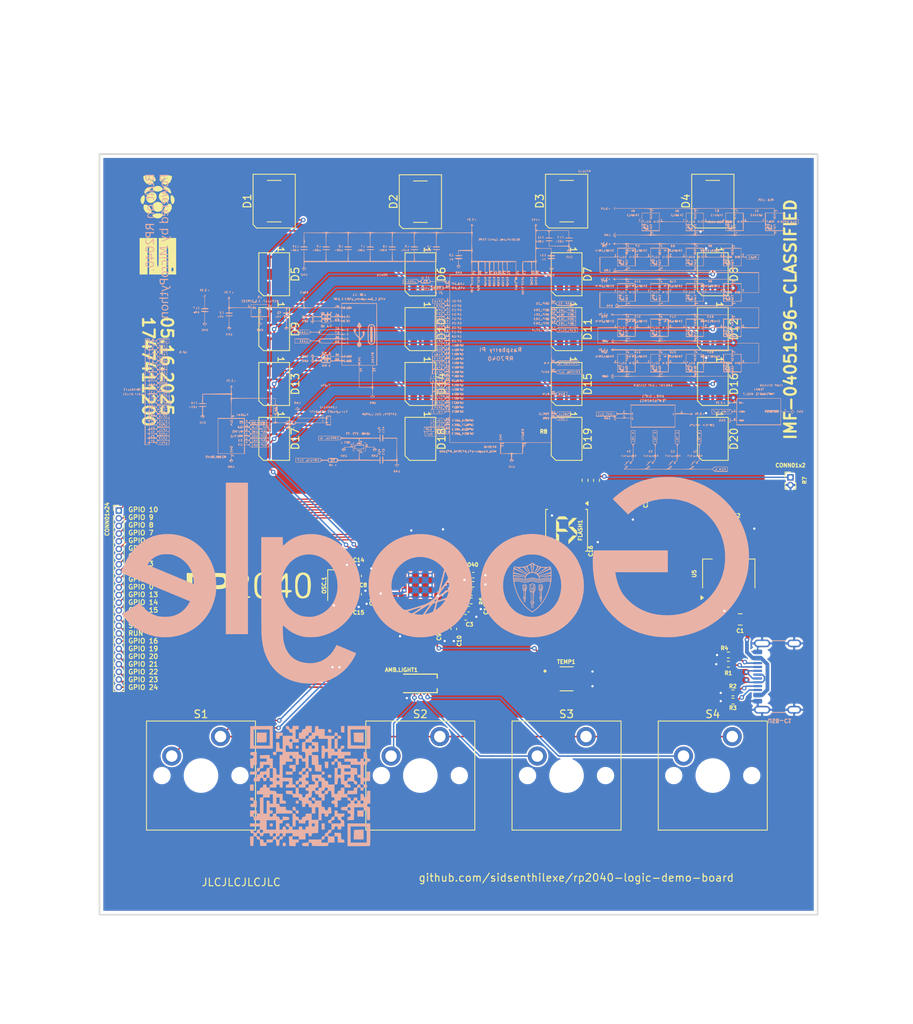
<source format=kicad_pcb>
(kicad_pcb (version 20240108) (generator "pcbnew") (generator_version "8.0")
  (layers (0 "F.Cu" signal) (31 "B.Cu" signal) (34 "B.Paste" user) (35 "F.Paste" user) (36 "B.SilkS" user "B.Silkscreen") (37 "F.SilkS" user "F.Silkscreen") (38 "B.Mask" user) (39 "F.Mask" user) (44 "Edge.Cuts" user))
  (net 0 "")
  (net 1 "GND")
  (net 2 "+3.3V")
  (net 3 "RGB")
  (net 5 "ROW 1")
  (net 6 "COL 1")
  (net 7 "COL 2")
  (net 8 "COL 3")
  (net 9 "COL 4")
  (net 10 "LIGHT OUT")
  (net 11 "VBUS")
  (net 12 "+1V1")
  (net 13 "CRYSTAL IN")
  (net 14 "TEMP OUT")
  (net 15 "Net-(D1-DOUT)")
  (net 16 "Net-(D2-DOUT)")
  (net 17 "Net-(D3-DOUT)")
  (net 18 "CRYSTAL OUT")
  (net 19 "USBD+")
  (net 20 "USBD-")
  (net 21 "QSPI_SS")
  (net 22 "QSPI_SCLK")
  (net 23 "QSPI_SD3")
  (net 24 "QSPI_SD0")
  (net 25 "QSPI_SD2")
  (net 26 "QSPI_SD1")
  (net 27 "RGB2")
  (net 28 "Net-(D5-DOUT)")
  (net 29 "Net-(D6-DOUT)")
  (net 30 "Net-(D7-DOUT)")
  (net 31 "Net-(D8-DOUT)")
  (net 32 "Net-(D10-DIN)")
  (net 33 "Net-(D10-DOUT)")
  (net 34 "Net-(D11-DOUT)")
  (net 35 "Net-(D12-DOUT)")
  (net 36 "Net-(D13-DOUT)")
  (net 37 "Net-(D14-DOUT)")
  (net 38 "Net-(D15-DOUT)")
  (net 39 "Net-(D16-DOUT)")
  (net 40 "Net-(D17-DOUT)")
  (net 41 "Net-(D18-DOUT)")
  (net 42 "Net-(D19-DOUT)")
  (net 44 "Net-(C15-Pad2)")
  (net 45 "Net-(CONN01x2-Pin_1)")
  (net 46 "Net-(USB-C1-CC1)")
  (net 47 "Net-(USB-C1-CC2)")
  (net 48 "Net-(USB-C1-SBU1)")
  (net 49 "Net-(USB-C1-SBU2)")
  (net 50 "Net-(RP2040-USB_DP)")
  (net 51 "Net-(RP2040-USB_DM)")
  (net 52 "GP21")
  (net 53 "GP19")
  (net 54 "GP8")
  (net 55 "GP16")
  (net 56 "GP2")
  (net 57 "GP24")
  (net 58 "GP9")
  (net 59 "GP14")
  (net 60 "GP22")
  (net 61 "GP10")
  (net 62 "GP6")
  (net 63 "GP0")
  (net 64 "GP23")
  (net 65 "GP15")
  (net 66 "GP3")
  (net 67 "GP13")
  (net 68 "GP20")
  (net 69 "GP4")
  (net 70 "GP7")
  (net 71 "GP5")
  (net 72 "GP1")
  (net 73 "RUN")
  (net 74 "SWCLK")
  (net 75 "SWD")
  (footprint "Resistor_SMD:R_0402_1005Metric" (layer "F.Cu") (at 194.72 97.30435)
    (property "Reference" "R6")
    (property "Value" "27 Ω")
  )
  (footprint "Capacitor_SMD:C_0402_1005Metric" (layer "F.Cu") (at 180.07835 96.44265 90)
    (property "Reference" "C15")
    (property "Value" "15p")
  )
  (footprint "Capacitor_SMD:C_0402_1005Metric" (layer "F.Cu") (at 182.06 95.59 180)
    (property "Reference" "C8")
    (property "Value" "100n")
  )
  (footprint "footprints:SMT_6000X01_VIS" (layer "F.Cu") (at 188.1148 108.04695)
    (property "Reference" "AMB.LIGHT1")
    (property "Value" "TEMT6000X01")
  )
  (footprint "LED_SMD:LED_SK6812MINI_PLCC4_3.5x3.5mm_P1.75mm" (layer "F.Cu") (at 188.11875 69.05625 -90)
    (property "Reference" "D14")
    (property "Value" "SK6812MINI")
  )
  (footprint "LED_SMD:LED_SK6812MINI_PLCC4_3.5x3.5mm_P1.75mm" (layer "F.Cu") (at 188.11875 76.2 -90)
    (property "Reference" "D18")
    (property "Value" "SK6812MINI")
  )
  (footprint "Capacitor_SMD:C_0402_1005Metric" (layer "F.Cu") (at 194.39 98.38)
    (property "Reference" "C11")
    (property "Value" "1u")
  )
  (footprint "LED_SMD:LED_SK6812MINI_PLCC4_3.5x3.5mm_P1.75mm" (layer "F.Cu") (at 207.16875 54.76875 -90)
    (property "Reference" "D7")
    (property "Value" "SK6812MINI")
  )
  (footprint "LED_SMD:LED_SK6812MINI_PLCC4_3.5x3.5mm_P1.75mm" (layer "F.Cu") (at 207.16875 61.9125 -90)
    (property "Reference" "D11")
    (property "Value" "SK6812MINI")
  )
  (footprint "RP2040_minimal_r2:RP2040-QFN-56" (layer "F.Cu") (at 188.11875 95.25 -90)
    (property "Reference" "RP2040")
    (property "Value" "MCU_RaspberryPi_RP2040_RP2040")
  )
  (footprint "LED_SMD:LED_SK6812_PLCC4_5.0x5.0mm_P3.2mm" (layer "F.Cu") (at 169.06875 45.24375 90)
    (property "Reference" "D1")
    (property "Value" "SK6812")
  )
  (footprint "LED_SMD:LED_SK6812_PLCC4_5.0x5.0mm_P3.2mm" (layer "F.Cu") (at 207.16875 45.24375 90)
    (property "Reference" "D3")
    (property "Value" "SK6812")
  )
  (footprint "Resistor_SMD:R_0402_1005Metric" (layer "F.Cu") (at 194.72 96.21)
    (property "Reference" "R5")
    (property "Value" "27 Ω")
  )
  (footprint "LED_SMD:LED_SK6812MINI_PLCC4_3.5x3.5mm_P1.75mm" (layer "F.Cu") (at 169.06875 69.05525 -90)
    (property "Reference" "D13")
    (property "Value" "SK6812MINI")
  )
  (footprint "Capacitor_SMD:C_0402_1005Metric" (layer "F.Cu") (at 192.4706 100.95 -90)
    (property "Reference" "C10")
    (property "Value" "100n")
  )
  (footprint "Resistor_SMD:R_0402_1005Metric" (layer "F.Cu") (at 228.24 105.54 180)
    (property "Reference" "R1")
    (property "Value" "5.1 kΩ")
  )
  (footprint "Capacitor_SMD:C_0402_1005Metric" (layer "F.Cu") (at 195.01 93.95)
    (property "Reference" "C13")
    (property "Value" "100n")
  )
  (footprint "LOGO" (layer "F.Cu") (at 153.88505 44.6475)
    (property "Reference" "G***" (hide yes))
    (property "Value" "LOGO" (hide yes))
  )
  (footprint "LED_SMD:LED_SK6812MINI_PLCC4_3.5x3.5mm_P1.75mm" (layer "F.Cu") (at 169.06875 54.76875 -90)
    (property "Reference" "D5")
    (property "Value" "SK6812MINI")
  )
  (footprint "Capacitor_SMD:C_0402_1005Metric" (layer "F.Cu") (at 194.01 99.43)
    (property "Reference" "C3")
    (property "Value" "1u")
  )
  (footprint "LOGO" (layer "F.Cu") (at 153.88505 52.3864)
    (property "Reference" "G***" (hide yes))
    (property "Value" "LOGO" (hide yes))
  )
  (footprint "Resistor_SMD:R_0402_1005Metric" (layer "F.Cu") (at 211.063375 81.602325 -90)
    (property "Reference" "R7")
    (property "Value" "1 kΩ")
  )
  (footprint "LED_SMD:LED_SK6812MINI_PLCC4_3.5x3.5mm_P1.75mm" (layer "F.Cu") (at 169.06875 76.2 -90)
    (property "Reference" "D17")
    (property "Value" "SK6812MINI")
  )
  (footprint "LED_SMD:LED_SK6812_PLCC4_5.0x5.0mm_P3.2mm" (layer "F.Cu") (at 226.21875 45.24375 90)
    (property "Reference" "D4")
    (property "Value" "SK6812")
  )
  (footprint "LOGO" (layer "F.Cu") (at 165.79105 95.248)
    (property "Reference" "G***" (hide yes))
    (property "Value" "LOGO" (hide yes))
  )
  (footprint "Capacitor_SMD:C_0402_1005Metric" (layer "F.Cu") (at 181.59 96.8 180)
    (property "Reference" "C12")
    (property "Value" "100n")
  )
  (footprint "LOGO" (layer "F.Cu") (at 207.16875 88.10625)
    (property "Reference" "G***" (hide yes))
    (property "Value" "LOGO" (hide yes))
  )
  (footprint "ScottoKeebs_MX:MX_PCB_1.00u" (layer "F.Cu") (at 159.535 120.05)
    (property "Reference" "S1")
    (property "Value" "Keyswitch")
  )
  (footprint "Connector_PinHeader_1.00mm:PinHeader_1x24_P1.00mm_Vertical" (layer "F.Cu") (at 148.83 85.54)
    (property "Reference" "CONN01x24")
    (property "Value" "Conn_01x24")
  )
  (footprint "LED_SMD:LED_SK6812MINI_PLCC4_3.5x3.5mm_P1.75mm" (layer "F.Cu") (at 226.21875 69.05625 -90)
    (property "Reference" "D16")
    (property "Value" "SK6812MINI")
  )
  (footprint "Connector_PinHeader_1.00mm:PinHeader_1x02_P1.00mm_Vertical" (layer "F.Cu") (at 236.3341 81.21125)
    (property "Reference" "CONN01x2")
    (property "Value" "Conn_01x02 USB_BOOT")
  )
  (footprint "Capacitor_SMD:C_0402_1005Metric" (layer "F.Cu") (at 195.009875 95.1411)
    (property "Reference" "C4")
    (property "Value" "100n")
  )
  (footprint "Resistor_SMD:R_0402_1005Metric" (layer "F.Cu") (at 228.8487 109.2871 180)
    (property "Reference" "R3")
    (property "Value" "1 MΩ")
  )
  (footprint "LED_SMD:LED_SK6812MINI_PLCC4_3.5x3.5mm_P1.75mm" (layer "F.Cu") (at 226.21875 76.2 -90)
    (property "Reference" "D20")
    (property "Value" "SK6812MINI")
  )
  (footprint "Capacitor_SMD:C_0402_1005Metric" (layer "F.Cu") (at 191.06 89.71 90)
    (property "Reference" "C5")
    (property "Value" "100n")
  )
  (footprint "LED_SMD:LED_SK6812MINI_PLCC4_3.5x3.5mm_P1.75mm" (layer "F.Cu") (at 188.11875 61.9125 -90)
    (property "Reference" "D10")
    (property "Value" "SK6812MINI")
  )
  (footprint "Capacitor_SMD:C_0805_2012Metric" (layer "F.Cu") (at 229.3311 87.88905)
    (property "Reference" "C2")
    (property "Value" "10u")
  )
  (footprint "LED_SMD:LED_SK6812MINI_PLCC4_3.5x3.5mm_P1.75mm" (layer "F.Cu") (at 169.06875 61.9125 -90)
    (property "Reference" "D9")
    (property "Value" "SK6812MINI")
  )
  (footprint "Capacitor_SMD:C_0805_2012Metric" (layer "F.Cu") (at 229.7858 99.71275 180)
    (property "Reference" "C1")
    (property "Value" "10u")
  )
  (footprint "TMP36GRTZ_REEL7(1):SOT95P280X145-5N" (layer "F.Cu") (at 207.1644 107.45165)
    (property "Reference" "TEMP1")
    (property "Value" "TMP36GRTZ-REEL7")
  )
  (footprint "Resistor_SMD:R_0402_1005Metric" (layer "F.Cu") (at 228.8487 110.3513 180)
    (property "Reference" "R2")
    (property "Value" "5.1 kΩ")
  )
  (footprint "LED_SMD:LED_SK6812MINI_PLCC4_3.5x3.5mm_P1.75mm" (layer "F.Cu") (at 188.11875 54.76875 -90)
    (property "Reference" "D6")
    (property "Value" "SK6812MINI")
  )
  (footprint "ScottoKeebs_MX:MX_PCB_1.00u" (layer "F.Cu") (at 226.21 120.05)
    (property "Reference" "S4")
    (property "Value" "Keyswitch")
  )
  (footprint "LED_SMD:LED_SK6812MINI_PLCC4_3.5x3.5mm_P1.75mm" (layer "F.Cu") (at 207.16875 76.2 -90)
    (property "Reference" "D19")
    (property "Value" "SK6812MINI")
  )
  (footprint "Capacitor_SMD:C_0805_2012Metric" (layer "F.Cu") (at 215.79625 84.47555 -90)
    (property "Reference" "C17")
    (property "Value" "10u")
  )
  (footprint "Capacitor_SMD:C_0402_1005Metric" (layer "F.Cu") (at 186.49 101.39 -90)
    (property "Reference" "C6")
    (property "Value" "100n")
  )
  (footprint "Package_SO:SOIC-8_5.23x5.23mm_P1.27mm" (layer "F.Cu") (at 207.16875 88.10625 -90)
    (property "Reference" "FLASH1")
    (property "Value" "W25Q128JVS")
  )
  (footprint "LED_SMD:LED_SK6812MINI_PLCC4_3.5x3.5mm_P1.75mm" (layer "F.Cu") (at 207.16875 69.05625 -90)
    (property "Reference" "D15")
    (property "Value" "SK6812MINI")
  )
  (footprint "LED_SMD:LED_SK6812MINI_PLCC4_3.5x3.5mm_P1.75mm" (layer "F.Cu") (at 226.21875 61.9125 -90)
    (property "Reference" "D12")
    (property "Value" "SK6812MINI")
  )
  (footprint "Resistor_SMD:R_0402_1005Metric" (layer "F.Cu") (at 209.575125 81.602325 90)
    (property "Reference" "R8" (hide yes))
    (property "Value" "DO NOT FIT" (hide yes))
  )
  (footprint "Capacitor_SMD:C_0402_1005Metric" (layer "F.Cu") (at 191.28 100.95 -90)
    (property "Reference" "C9")
    (property "Value" "100n")
  )
  (footprint "Crystal:Crystal_SMD_3225-4Pin_3.2x2.5mm" (layer "F.Cu") (at 177.69705 95.252 -90)
    (property "Reference" "OSC.1")
    (property "Value" "ABM8-272-T3")
  )
  (footprint "Package_TO_SOT_SMD:SOT-223-3_TabPin2" (layer "F.Cu") (at 228.29755 93.75975 90)
    (property "Reference" "U5")
    (property "Value" "NCP1117-3.3_SOT223")
  )
  (footprint "ScottoKeebs_MX:MX_PCB_1.00u" (layer "F.Cu") (at 188.11 120.05)
    (property "Reference" "S2")
    (property "Value" "Keyswitch")
  )
  (footprint "Capacitor_SMD:C_0402_1005Metric" (layer "F.Cu") (at 186.94 89.7 90)
    (property "Reference" "C7")
    (property "Value" "100n")
  )
  (footprint "LED_SMD:LED_SK6812_PLCC4_5.0x5.0mm_P3.2mm" (layer "F.Cu") (at 188.11875 45.3125 90)
    (property "Reference" "D2")
    (property "Value" "SK6812")
  )
  (footprint "ScottoKeebs_MX:MX_PCB_1.00u" (layer "F.Cu") (at 207.16 120.05)
    (property "Reference" "S3")
    (property "Value" "Keyswitch")
  )
  (footprint "Resistor_SMD:R_0402_1005Metric" (layer "F.Cu") (at 228.24 104.3494 180)
    (property "Reference" "R4")
    (property "Value" "1 MΩ")
  )
  (footprint "Capacitor_SMD:C_0402_1005Metric" (layer "F.Cu") (at 180.07835 94.06135 -90)
    (property "Reference" "C14")
    (property "Value" "15p")
  )
  (footprint "Capacitor_SMD:C_0402_1005Metric" (layer "F.Cu") (at 211.22875 91.22625 90)
    (property "Reference" "C16")
    (property "Value" "100n")
  )
  (footprint "Resistor_SMD:R_0402_1005Metric" (layer "F.Cu") (at 182.05 94.53)
    (property "Reference" "R9")
    (property "Value" "1 kΩ")
  )
  (footprint "LED_SMD:LED_SK6812MINI_PLCC4_3.5x3.5mm_P1.75mm" (layer "F.Cu") (at 226.21875 54.76875 -90)
    (property "Reference" "D8")
    (property "Value" "SK6812MINI")
  )
  (footprint "LOGO" (layer "B.Cu") (at 173.8276 121.14355 180)
    (property "Reference" "G***" (hide yes))
    (property "Value" "LOGO" (hide yes))
  )
  (footprint "LOGO" (layer "B.Cu") (at 202.69965 95.54565 180)
    (property "Reference" "G***" (hide yes))
    (property "Value" "LOGO" (hide yes))
  )
  (footprint "Connector_USB:USB_C_Receptacle_GCT_USB4105-xx-A_16P_TopMnt_Horizontal" (layer "B.Cu") (at 235.74375 107.15625 -90)
    (property "Reference" "USB-C1")
    (property "Value" "USB_C_Receptacle_USB2.0_16P")
  )
  (footprint "LOGO" (layer "B.Cu") (at 189.78 94.96 180)
    (property "Reference" "G***" (hide yes))
    (property "Value" "LOGO" (hide yes))
  )
  (footprint "LOGO" (layer "B.Cu") (at 188.11875 95.25 180)
    (property "Reference" "G***" (hide yes))
    (property "Value" "LOGO" (hide yes))
  )
  (footprint "LOGO" (layer "B.Cu") (at 175.56 103.07 180)
    (property "Reference" "G***" (hide yes))
    (property "Value" "LOGO" (hide yes))
  )
  (gr_rect (start 146.31 39.11565) (end 239.871 138.16) (stroke (width 0.2)) (fill none) (layer "Edge.Cuts"))
  (gr_text "Built on RP2040.\nPowered by MicroPython." (at 153.88505 41.671 90) (layer "B.SilkS") (effects (font (size 1.1 1.1) (thickness 0.1375)) (justify left mirror)))
  (gr_text "GPIO 10\nGPIO 9\nGPIO 8\nGPIO 7\nGPIO 6\nGPIO 5\nGPIO 4\nGPIO 3\nGPIO 2\nGPIO 1\nGPIO 0\nGPIO 13\nGPIO 14\nGPIO 15\nSWCLK\nSWD\nRUN\nGPIO 16\nGPIO 19\nGPIO 20\nGPIO 21\nGPIO 22\nGPIO 23\nGPIO 24" (at 149.99 96.99 0) (layer "F.SilkS") (effects (font (size 0.625 0.625) (thickness 0.125)) (justify left)))
  (gr_text "05.16.2025\n1747411200" (at 153.88505 60.1253 270) (layer "F.SilkS") (effects (font (size 1.5 1.5) (thickness 0.3) (bold yes)) (justify left)))
  (gr_text "github.com/sidsenthilexe/rp2040-logic-demo-board" (at 187.81715 133.3472 0) (layer "F.SilkS") (effects (font (size 1 1) (thickness 0.1375)) (justify left)))
  (gr_text "R8" (at 204.174175 75.252925 0) (layer "F.SilkS") (effects (font (size 0.5 0.5) (thickness 0.125))))
  (gr_text "JLCJLCJLCJLC" (at 159.5404 133.9425 0) (layer "F.SilkS") (effects (font (size 1 1) (thickness 0.1375)) (justify left)))
  (gr_text "IMF-04051996-CLASSIFIED" (at 236.3341 76.49605 90) (layer "F.SilkS") (effects (font (size 1.5 1.5) (thickness 0.3) (bold yes)) (justify left)))
  (segment (start 169.66075 58.6375) (end 185.71875 58.6375) (width 0.2) (layer "F.Cu") (net 1))
  (segment (start 215.79625 86.70625) (end 215.8 86.71) (width 0.2) (layer "F.Cu") (net 1))
  (segment (start 185.71845 72.9247) (end 187.24375 74.45) (width 0.2) (layer "F.Cu") (net 1))
  (segment (start 181.5 95.59) (end 181.58 95.59) (width 0.2) (layer "F.Cu") (net 1))
  (segment (start 204.76845 72.9247) (end 206.29375 74.45) (width 0.2) (layer "F.Cu") (net 1))
  (segment (start 168.6377 49.1127) (end 185.16855 49.1127) (width 0.2) (layer "F.Cu") (net 1))
  (segment (start 210.53165 108.40165) (end 210.54 108.41) (width 0.2) (layer "F.Cu") (net 1))
  (segment (start 195.489875 95.1411) (end 196.5711 95.1411) (width 0.2) (layer "F.Cu") (net 1))
  (segment (start 178.54705 92.6151) (end 178.55215 92.61) (width 0.2) (layer "F.Cu") (net 1))
  (segment (start 169.7186 51.4939) (end 185.7189 51.4939) (width 0.2) (layer "F.Cu") (net 1))
  (segment (start 204.7686 65.7811) (end 206.29375 67.30625) (width 0.2) (layer "F.Cu") (net 1))
  (segment (start 194.87 98.38) (end 195.979675 98.38) (width 0.2) (layer "F.Cu") (net 1))
  (segment (start 204.7689 51.4939) (end 206.29375 53.01875) (width 0.2) (layer "F.Cu") (net 1))
  (segment (start 227.73 98.6) (end 226.03975 96.90975) (width 0.2) (layer "F.Cu") (net 1))
  (segment (start 168.19375 67.23025) (end 169.6429 65.7811) (width 0.2) (layer "F.Cu") (net 1))
  (segment (start 180.07835 98.08835) (end 180.08 98.09) (width 0.2) (layer "F.Cu") (net 1))
  (segment (start 168.19375 60.1045) (end 169.66075 58.6375) (width 0.2) (layer "F.Cu") (net 1))
  (segment (start 186.3495 109.9595) (end 186.35 109.96) (width 0.2) (layer "F.Cu") (net 1))
  (segment (start 196.58 93.95) (end 196.59 93.96) (width 0.2) (layer "F.Cu") (net 1))
  (segment (start 187.24375 53.01875) (end 187.24375 52.64375) (width 0.2) (layer "F.Cu") (net 1))
  (segment (start 227.3587 109.2871) (end 227.2487 109.2871) (width 0.2) (layer "F.Cu") (net 1))
  (segment (start 225.34375 58.55375) (end 225.34 58.55) (width 0.2) (layer "F.Cu") (net 1))
  (segment (start 168.19375 53.01875) (end 169.7186 51.4939) (width 0.2) (layer "F.Cu") (net 1))
  (segment (start 169.71905 72.9247) (end 185.71845 72.9247) (width 0.2) (layer "F.Cu") (net 1))
  (segment (start 207.81875 58.6375) (end 223.81875 58.6375) (width 0.2) (layer "F.Cu") (net 1))
  (segment (start 207.4436 51.4939) (end 223.8189 51.4939) (width 0.2) (layer "F.Cu") (net 1))
  (segment (start 225.34375 67.30625) (end 225.34375 65.67375) (width 0.2) (layer "F.Cu") (net 1))
  (segment (start 185.5 101.87) (end 185.47 101.9) (width 0.2) (layer "F.Cu") (net 1))
  (segment (start 208.3294 108.40165) (end 210.53165 108.40165) (width 0.2) (layer "F.Cu") (net 1))
  (segment (start 224.61875 47.69375) (end 224.61875 49.22875) (width 0.2) (layer "F.Cu") (net 1))
  (segment (start 205.18555 74.86125) (end 204.684175 74.359875) (width 0.15) (layer "F.Cu") (net 1))
  (segment (start 186.94 89.22) (end 186.94 88.14) (width 0.2) (layer "F.Cu") (net 1))
  (segment (start 205.56875 47.69375) (end 206.9877 49.1127) (width 0.2) (layer "F.Cu") (net 1))
  (segment (start 211.22875 89.64875) (end 211.2275 89.6475) (width 0.2) (layer "F.Cu") (net 1))
  (segment (start 188.76875 58.6375) (end 204.76875 58.6375) (width 0.2) (layer "F.Cu") (net 1))
  (segment (start 180.07835 92.62165) (end 180.09 92.61) (width 0.2) (layer "F.Cu") (net 1))
  (segment (start 185.16855 49.1127) (end 186.51875 47.7625) (width 0.2) (layer "F.Cu") (net 1))
  (segment (start 228.8358 99.71275) (end 228.8358 99.7058) (width 0.2) (layer "F.Cu") (net 1))
  (segment (start 223.81845 72.9247) (end 225.34375 74.45) (width 0.2) (layer "F.Cu") (net 1))
  (segment (start 211.22875 90.74625) (end 211.22875 89.64875) (width 0.2) (layer "F.Cu") (net 1))
  (segment (start 180.87 95.78175) (end 181.65 95.78175) (width 0.2) (layer "F.Cu") (net 1))
  (segment (start 228.3387 110.3513) (end 227.2487 110.3513) (width 0.2) (layer "F.Cu") (net 1))
  (segment (start 224.61875 49.22875) (end 224.62 49.23) (width 0.2) (layer "F.Cu") (net 1))
  (segment (start 187.24375 52.64375) (end 188.3936 51.4939) (width 0.2) (layer "F.Cu") (net 1))
  (segment (start 204.76875 58.6375) (end 206.29375 60.1625) (width 0.2) (layer "F.Cu") (net 1))
  (segment (start 180.07835 96.92265) (end 180.07835 98.08835) (width 0.2) (layer "F.Cu") (net 1))
  (segment (start 223.81875 58.6375) (end 225.34375 60.1625) (width 0.2) (layer "F.Cu") (net 1))
  (segment (start 183.128542 93.55) (end 183.824974 94.246432) (width 0.15) (layer "F.Cu") (net 1))
  (segment (start 206.29375 53.01875) (end 206.29375 52.64375) (width 0.2) (layer "F.Cu") (net 1))
  (segment (start 206.29375 74.45) (end 207.81905 72.9247) (width 0.2) (layer "F.Cu") (net 1))
  (segment (start 226.03975 96.90975) (end 225.99755 96.90975) (width 0.2) (layer "F.Cu") (net 1))
  (segment (start 231.61905 87.88905) (end 231.62 87.89) (width 0.2) (layer "F.Cu") (net 1))
  (segment (start 207.81905 72.9247) (end 223.81845 72.9247) (width 0.2) (layer "F.Cu") (net 1))
  (segment (start 169.6429 65.7811) (end 185.7186 65.7811) (width 0.2) (layer "F.Cu") (net 1))
  (segment (start 191.06 89.23) (end 191.06 88) (width 0.2) (layer "F.Cu") (net 1))
  (segment (start 186.49 101.87) (end 185.5 101.87) (width 0.2) (layer "F.Cu") (net 1))
  (segment (start 188.76905 72.9247) (end 204.76845 72.9247) (width 0.2) (layer "F.Cu") (net 1))
  (segment (start 194.550325 99.369675) (end 194.49 99.43) (width 0.2) (layer "F.Cu") (net 1))
  (segment (start 210.53835 106.50165) (end 210.54 106.5) (width 0.2) (layer "F.Cu") (net 1))
  (segment (start 187.24375 74.45) (end 188.76905 72.9247) (width 0.2) (layer "F.Cu") (net 1))
  (segment (start 185.7189 51.4939) (end 187.24375 53.01875) (width 0.2) (layer "F.Cu") (net 1))
  (segment (start 204.1498 49.1127) (end 205.56875 47.69375) (width 0.2) (layer "F.Cu") (net 1))
  (segment (start 183.824974 94.246432) (end 183.824974 94.25) (width 0.15) (layer "F.Cu") (net 1))
  (segment (start 185.7186 65.7811) (end 187.24375 67.30625) (width 0.2) (layer "F.Cu") (net 1))
  (segment (start 187.86895 49.1127) (end 204.1498 49.1127) (width 0.2) (layer "F.Cu") (net 1))
  (segment (start 206.29375 66.93125) (end 207.4439 65.7811) (width 0.2) (layer "F.Cu") (net 1))
  (segment (start 204.684175 74.359875) (end 204.684175 72.871625) (width 0.15) (layer "F.Cu") (net 1))
  (segment (start 205.26375 86.17625) (end 205.26 86.18) (width 0.2) (layer "F.Cu") (net 1))
  (segment (start 191.06 88) (end 191.07 87.99) (width 0.2) (layer "F.Cu") (net 1))
  (segment (start 181.11 97.68) (end 181.11 96.8) (width 0.2) (layer "F.Cu") (net 1))
  (segment (start 226.77065 104.3494) (end 226.77 104.34875) (width 0.2) (layer "F.Cu") (net 1))
  (segment (start 191.28 101.43) (end 191.28 102.53) (width 0.2) (layer "F.Cu") (net 1))
  (segment (start 225.34375 72.86375) (end 225.33 72.85) (width 0.2) (layer "F.Cu") (net 1))
  (segment (start 205.26375 84.50625) (end 205.26375 86.17625) (width 0.2) (layer "F.Cu") (net 1))
  (segment (start 206.29375 67.30625) (end 206.29375 66.93125) (width 0.2) (layer "F.Cu") (net 1))
  (segment (start 223.1998 49.1127) (end 224.61875 47.69375) (width 0.2) (layer "F.Cu") (net 1))
  (segment (start 187.24375 60.1625) (end 188.76875 58.6375) (width 0.2) (layer "F.Cu") (net 1))
  (segment (start 168.19375 60.1625) (end 168.19375 60.1045) (width 0.2) (layer "F.Cu") (net 1))
  (segment (start 186.3495 108.546949) (end 186.3495 109.9595) (width 0.2) (layer "F.Cu") (net 1))
  (segment (start 196.5711 95.1411) (end 196.59 95.16) (width 0.2) (layer "F.Cu") (net 1))
  (segment (start 185.71875 58.6375) (end 187.24375 60.1625) (width 0.2) (layer "F.Cu") (net 1))
  (segment (start 225.34375 65.67375) (end 225.34 65.67) (width 0.2) (layer "F.Cu") (net 1))
  (segment (start 186.51875 47.7625) (end 187.86895 49.1127) (width 0.2) (layer "F.Cu") (net 1))
  (segment (start 208.3294 106.50165) (end 210.53835 106.50165) (width 0.2) (layer "F.Cu") (net 1))
  (segment (start 207.0781 74.86125) (end 205.18555 74.86125) (width 0.15) (layer "F.Cu") (net 1))
  (segment (start 206.29375 60.1625) (end 207.81875 58.6375) (width 0.2) (layer "F.Cu") (net 1))
  (segment (start 182.19 93.55) (end 183.128542 93.55) (width 0.15) (layer "F.Cu") (net 1))
  (segment (start 183.824974 94.25) (end 184.68125 94.25) (width 0.15) (layer "F.Cu") (net 1))
  (segment (start 228.3387 109.2871) (end 227.3587 109.2871) (width 0.2) (layer "F.Cu") (net 1))
  (segment (start 228.8358 99.7058) (end 227.73 98.6) (width 0.2) (layer "F.Cu") (net 1))
  (segment (start 225.34375 74.45) (end 225.34375 72.86375) (width 0.2) (layer "F.Cu") (net 1))
  (segment (start 168.19375 67.30525) (end 168.19375 67.23025) (width 0.2) (layer "F.Cu") (net 1))
  (segment (start 186.94 88.14) (end 186.93 88.13) (width 0.2) (layer "F.Cu") (net 1))
  (segment (start 227.73 104.3494) (end 226.77065 104.3494) (width 0.2) (layer "F.Cu") (net 1))
  (segment (start 206.9877 49.1127) (end 223.1998 49.1127) (width 0.2) (layer "F.Cu") (net 1))
  (segment (start 176.84705 96.352) (end 176.84705 97.8851) (width 0.2) (layer "F.Cu") (net 1))
  (segment (start 230.2811 87.88905) (end 231.61905 87.88905) (width 0.2) (layer "F.Cu") (net 1))
  (segment (start 203.664175 72.871625) (end 200.0069 72.871625) (width 0.15) (layer "F.Cu") (net 1))
  (segment (start 167.46875 47.69375) (end 167.46875 47.94375) (width 0.2) (layer "F.Cu") (net 1))
  (segment (start 206.29375 52.64375) (end 207.4436 51.4939) (width 0.2) (layer "F.Cu") (net 1))
  (segment (start 180.07835 93.58135) (end 180.07835 92.62165) (width 0.2) (layer "F.Cu") (net 1))
  (segment (start 207.4439 65.7811) (end 223.8186 65.7811) (width 0.2) (layer "F.Cu") (net 1))
  (segment (start 223.8189 51.4939) (end 225.34375 53.01875) (width 0.2) (layer "F.Cu") (net 1))
  (segment (start 178.54705 94.152) (end 178.54705 92.6151) (width 0.2) (layer "F.Cu") (net 1))
  (segment (start 181.72 93.08) (end 182.19 93.55) (width 0.15) (layer "F.Cu") (net 1))
  (segment (start 195.4069 99.369675) (end 194.550325 99.369675) (width 0.2) (layer "F.Cu") (net 1))
  (segment (start 225.34375 51.39375) (end 225.34375 53.01875) (width 0.2) (layer "F.Cu") (net 1))
  (segment (start 195.49 93.95) (end 196.58 93.95) (width 0.2) (layer "F.Cu") (net 1))
  (segment (start 225.34375 60.1625) (end 225.34375 58.55375) (width 0.2) (layer "F.Cu") (net 1))
  (segment (start 176.84705 97.8851) (end 176.84215 97.89) (width 0.2) (layer "F.Cu") (net 1))
  (segment (start 168.19375 74.45) (end 169.71905 72.9247) (width 0.2) (layer "F.Cu") (net 1))
  (segment (start 227.73 105.54) (end 226.66645 105.54) (width 0.2) (layer "F.Cu") (net 1))
  (segment (start 223.8186 65.7811) (end 225.34375 67.30625) (width 0.2) (layer "F.Cu") (net 1))
  (segment (start 215.79625 85.42555) (end 215.79625 86.70625) (width 0.2) (layer "F.Cu") (net 1))
  (segment (start 188.7689 65.7811) (end 204.7686 65.7811) (width 0.2) (layer "F.Cu") (net 1))
  (segment (start 187.24375 67.30625) (end 188.7689 65.7811) (width 0.2) (layer "F.Cu") (net 1))
  (segment (start 188.3936 51.4939) (end 204.7689 51.4939) (width 0.2) (layer "F.Cu") (net 1))
  (segment (start 167.46875 47.94375) (end 168.6377 49.1127) (width 0.2) (layer "F.Cu") (net 1))
  (segment (start 192.4706 101.43) (end 192.4706 102.5294) (width 0.2) (layer "F.Cu") (net 1))
  (via (at 210.54 108.41) (size 0.6) (drill 0.3) (layers "F.Cu" "B.Cu") (net 1))
  (via (at 178.55215 92.61) (size 0.6) (drill 0.3) (layers "F.Cu" "B.Cu") (net 1))
  (via (at 211.2275 89.6475) (size 0.6) (drill 0.3) (layers "F.Cu" "B.Cu") (net 1))
  (via (at 225.34375 51.39375) (size 0.6) (drill 0.3) (layers "F.Cu" "B.Cu") (net 1))
  (via (at 231.62 87.89) (size 0.6) (drill 0.3) (layers "F.Cu" "B.Cu") (net 1))
  (via (at 192.47 102.53) (size 0.6) (drill 0.3) (layers "F.Cu" "B.Cu") (net 1))
  (via (at 227.2487 110.3513) (size 0.6) (drill 0.3) (layers "F.Cu" "B.Cu") (net 1))
  (via (at 225.34 65.67) (size 0.6) (drill 0.3) (layers "F.Cu" "B.Cu") (net 1))
  (via (at 195.4069 99.369675) (size 0.6) (drill 0.3) (layers "F.Cu" "B.Cu") (net 1))
  (via (at 176.84215 97.89) (size 0.6) (drill 0.3) (layers "F.Cu" "B.Cu") (net 1))
  (via (at 180.08 98.09) (size 0.6) (drill 0.3) (layers "F.Cu" "B.Cu") (net 1))
  (via (at 186.35 109.96) (size 0.6) (drill 0.3) (layers "F.Cu" "B.Cu") (net 1))
  (via (at 226.77065 104.3494) (size 0.6) (drill 0.3) (layers "F.Cu" "B.Cu") (net 1))
  (via (at 215.8 86.71) (size 0.6) (drill 0.3) (layers "F.Cu" "B.Cu") (net 1))
  (via (at 181.72 93.08) (size 0.6) (drill 0.3) (layers "F.Cu" "B.Cu") (net 1))
  (via (at 186.93 88.13) (size 0.6) (drill 0.3) (layers "F.Cu" "B.Cu") (net 1))
  (via (at 226.66645 105.54) (size 0.6) (drill 0.3) (layers "F.Cu" "B.Cu") (net 1))
  (via (at 185.47 101.9) (size 0.6) (drill 0.3) (layers "F.Cu" "B.Cu") (net 1))
  (via (at 191.28 102.53) (size 0.6) (drill 0.3) (layers "F.Cu" "B.Cu") (net 1))
  (via (at 180.09 92.61) (size 0.6) (drill 0.3) (layers "F.Cu" "B.Cu") (net 1))
  (via (at 227.73 98.6) (size 0.6) (drill 0.3) (layers "F.Cu" "B.Cu") (net 1))
  (via (at 225.33 72.85) (size 0.6) (drill 0.3) (layers "F.Cu" "B.Cu") (net 1))
  (via (at 196.59 95.16) (size 0.6) (drill 0.3) (layers "F.Cu" "B.Cu") (net 1))
  (via (at 180.96 95.98) (size 0.6) (drill 0.3) (layers "F.Cu" "B.Cu") (net 1))
  (via (at 181.11 97.68) (size 0.6) (drill 0.3) (layers "F.Cu" "B.Cu") (net 1))
  (via (at 191.07 87.99) (size 0.6) (drill 0.3) (layers "F.Cu" "B.Cu") (net 1))
  (via (at 205.26 86.18) (size 0.6) (drill 0.3) (layers "F.Cu" "B.Cu") (net 1))
  (via (at 224.62 49.23) (size 0.6) (drill 0.3) (layers "F.Cu" "B.Cu") (net 1))
  (via (at 196.59 93.96) (size 0.6) (drill 0.3) (layers "F.Cu" "B.Cu") (net 1))
  (via (at 195.9894 98.370275) (size 0.6) (drill 0.3) (layers "F.Cu" "B.Cu") (net 1))
  (via (at 225.34 58.55) (size 0.6) (drill 0.3) (layers "F.Cu" "B.Cu") (net 1))
  (via (at 210.54 106.5) (size 0.6) (drill 0.3) (layers "F.Cu" "B.Cu") (net 1))
  (via (at 227.2487 109.2871) (size 0.6) (drill 0.3) (layers "F.Cu" "B.Cu") (net 1))
  (segment (start 232.06375 110.35625) (end 232.06375 110.90125) (width 0.2) (layer "B.Cu") (net 1))
  (segment (start 232.06375 110.90125) (end 232.63875 111.47625) (width 0.2) (layer "B.Cu") (net 1))
  (segment (start 232.06375 103.95625) (end 232.06375 103.41125) (width 0.2) (layer "B.Cu") (net 1))
  (segment (start 232.06375 103.41125) (end 232.63875 102.83625) (width 0.2) (layer "B.Cu") (net 1))
  (segment (start 169.99345 63.6625) (end 169.94375 63.6625) (width 0.2) (layer "F.Cu") (net 2))
  (segment (start 225.99375 79.05) (end 227.09375 77.95) (width 0.2) (layer "F.Cu") (net 2))
  (segment (start 172.0887 41.3738) (end 188.23005 41.3738) (width 0.2) (layer "F.Cu") (net 2))
  (segment (start 192.38375 95.85) (end 192.6125 95.62125) (width 0.2) (layer "F.Cu") (net 2))
  (segment (start 171.7443 69.05525) (end 169.9943 70.80525) (width 0.2) (layer "F.Cu") (net 2))
  (segment (start 184.68125 95.45) (end 185.248 95.45) (width 0.2) (layer "F.Cu") (net 2))
  (segment (start 169.94375 56.51875) (end 171.04375 57.61875) (width 0.2) (layer "F.Cu") (net 2))
  (segment (start 169.94375 77.95) (end 171.04375 79.05) (width 0.2) (layer "F.Cu") (net 2))
  (segment (start 187.11875 97.99125) (end 187.12 97.99) (width 0.2) (layer "F.Cu") (net 2))
  (segment (start 193.542721 95.62125) (end 192.66125 95.62125) (width 0.2) (layer "F.Cu") (net 2))
  (segment (start 206.94375 71.90625) (end 208.04375 70.80625) (width 0.2) (layer "F.Cu") (net 2))
  (segment (start 171.04375 79.05) (end 187.89375 79.05) (width 0.2) (layer "F.Cu") (net 2))
  (segment (start 188.99375 70.80625) (end 190.09375 71.90625) (width 0.2) (layer "F.Cu") (net 2))
  (segment (start 192.6125 95.62125) (end 192.66125 95.62125) (width 0.2) (layer "F.Cu") (net 2))
  (segment (start 188.99375 63.6625) (end 190.09375 64.7625) (width 0.2) (layer "F.Cu") (net 2))
  (segment (start 209.07375 91.70625) (end 211.22875 91.70625) (width 0.15) (layer "F.Cu") (net 2))
  (segment (start 188.99375 56.89375) (end 189.71875 57.61875) (width 0.2) (layer "F.Cu") (net 2))
  (segment (start 188.23005 41.3738) (end 189.71875 42.8625) (width 0.2) (layer "F.Cu") (net 2))
  (segment (start 171.7443 61.91165) (end 169.99345 63.6625) (width 0.2) (layer "F.Cu") (net 2))
  (segment (start 190.09375 79.05) (end 206.94375 79.05) (width 0.2) (layer "F.Cu") (net 2))
  (segment (start 187.89375 57.61875) (end 188.99375 56.51875) (width 0.2) (layer "F.Cu") (net 2))
  (segment (start 190.71875 91.8125) (end 190.71875 91.39255) (width 0.2) (layer "F.Cu") (net 2))
  (segment (start 228.29755 87.9726) (end 228.3811 87.88905) (width 0.2) (layer "F.Cu") (net 2))
  (segment (start 185.248 95.45) (end 185.45 95.248) (width 0.2) (layer "F.Cu") (net 2))
  (segment (start 228.8579 56.51875) (end 228.8931 56.55395) (width 0.2) (layer "F.Cu") (net 2))
  (segment (start 190.71875 91.8125) (end 190.71875 92.76125) (width 0.2) (layer "F.Cu") (net 2))
  (segment (start 171.6949 76.19885) (end 169.94375 77.95) (width 0.2) (layer "F.Cu") (net 2))
  (segment (start 191.55625 95.85) (end 191.08 95.85) (width 0.2) (layer "F.Cu") (net 2))
  (segment (start 209.14375 71.90625) (end 225.99375 71.90625) (width 0.2) (layer "F.Cu") (net 2))
  (segment (start 191.55625 95.85) (end 192.38375 95.85) (width 0.2) (layer "F.Cu") (net 2))
  (segment (start 208.04375 70.80625) (end 209.14375 71.90625) (width 0.2) (layer "F.Cu") (net 2))
  (segment (start 208.04375 63.6625) (end 209.14375 64.7625) (width 0.2) (layer "F.Cu") (net 2))
  (segment (start 190.09375 71.90625) (end 206.94375 71.90625) (width 0.2) (layer "F.Cu") (net 2))
  (segment (start 209.14375 79.05) (end 225.99375 79.05) (width 0.2) (layer "F.Cu") (net 2))
  (segment (start 191.55625 95.45) (end 190.92 95.45) (width 0.2) (layer "F.Cu") (net 2))
  (segment (start 208.04375 77.95) (end 209.14375 79.05) (width 0.2) (layer "F.Cu") (net 2))
  (segment (start 191.08 95.85) (end 190.88 95.65) (width 0.2) (layer "F.Cu") (net 2))
  (segment (start 225.99375 64.7625) (end 227.09375 63.6625) (width 0.2) (layer "F.Cu") (net 2))
  (segment (start 193.542721 95.62125) (end 194.022871 95.1411) (width 0.2) (layer "F.Cu") (net 2))
  (segment (start 225.99375 57.61875) (end 227.09375 56.51875) (width 0.2) (layer "F.Cu") (net 2))
  (segment (start 187.11875 91.8125) (end 187.11875 92.66) (width 0.2) (layer "F.Cu") (net 2))
  (segment (start 171.04375 64.7625) (end 187.89375 64.7625) (width 0.2) (layer "F.Cu") (net 2))
  (segment (start 187.04625 90.28625) (end 186.94 90.18) (width 0.2) (layer "F.Cu") (net 2))
  (segment (start 208.76875 42.79375) (end 210.1887 41.3738) (width 0.2) (layer "F.Cu") (net 2))
  (segment (start 207.3488 41.3738) (end 208.76875 42.79375) (width 0.2) (layer "F.Cu") (net 2))
  (segment (start 169.9943 70.80525) (end 169.94375 70.80525) (width 0.2) (layer "F.Cu") (net 2))
  (segment (start 187.11875 99.718418) (end 186.49 100.347168) (width 0.2) (layer "F.Cu") (net 2))
  (segment (start 187.11875 98.6875) (end 187.11875 99.718418) (width 0.2) (layer "F.Cu") (net 2))
  (segment (start 194.529875 95.146625) (end 194.529875 95.1411) (width 0.2) (layer "F.Cu") (net 2))
  (segment (start 171.04375 57.61875) (end 187.89375 57.61875) (width 0.2) (layer "F.Cu") (net 2))
  (segment (start 170.66875 42.79375) (end 172.0887 41.3738) (width 0.2) (layer "F.Cu") (net 2))
  (segment (start 209.14375 57.61875) (end 225.99375 57.61875) (width 0.2) (layer "F.Cu") (net 2))
  (segment (start 187.11875 92.66) (end 187.11 92.65125) (width 0.2) (layer "F.Cu") (net 2))
  (segment (start 187.89375 64.7625) (end 188.99375 63.6625) (width 0.2) (layer "F.Cu") (net 2))
  (segment (start 171.04475 71.90625) (end 187.89375 71.90625) (width 0.2) (layer "F.Cu") (net 2))
  (segment (start 190.90625 90.34375) (end 191.06 90.19) (width 0.2) (layer "F.Cu") (net 2))
  (segment (start 187.11875 98.6875) (end 187.11875 97.99125) (width 0.2) (layer "F.Cu") (net 2))
  (segment (start 208.04375 56.51875) (end 209.14375 57.61875) (width 0.2) (layer "F.Cu") (net 2))
  (segment (start 191.55625 95.45) (end 192.49 95.45) (width 0.2) (layer "F.Cu") (net 2))
  (segment (start 190.71875 92.76125) (end 190.71 92.77) (width 0.2) (layer "F.Cu") (net 2))
  (segment (start 187.11 92.65125) (end 187.11 92.58) (width 0.2) (layer "F.Cu") (net 2))
  (segment (start 210.1887 41.3738) (end 226.3988 41.3738) (width 0.2) (layer "F.Cu") (net 2))
  (segment (start 206.94375 79.05) (end 208.04375 77.95) (width 0.2) (layer "F.Cu") (net 2))
  (segment (start 206.94375 64.7625) (end 208.04375 63.6625) (width 0.2) (layer "F.Cu") (net 2))
  (segment (start 206.94375 57.61875) (end 208.04375 56.51875) (width 0.2) (layer "F.Cu") (net 2))
  (segment (start 171.7443 76.19885) (end 171.6949 76.19885) (width 0.2) (layer "F.Cu") (net 2))
  (segment (start 227.09375 56.51875) (end 228.8579 56.51875) (width 0.2) (layer "F.Cu") (net 2))
  (segment (start 191.20745 41.3738) (end 207.3488 41.3738) (width 0.2) (layer "F.Cu") (net 2))
  (segment (start 191.55625 97.45) (end 192.104314 97.45) (width 0.2) (layer "F.Cu") (net 2))
  (segment (start 187.89375 79.05) (end 188.99375 77.95) (width 0.2) (layer "F.Cu") (net 2))
  (segment (start 209.14375 64.7625) (end 225.99375 64.7625) (width 0.2) (layer "F.Cu") (net 2))
  (segment (start 190.09375 64.7625) (end 206.94375 64.7625) (width 0.2) (layer "F.Cu") (net 2))
  (segment (start 227.09375 70.80625) (end 228.8582 70.80625) (width 0.2) (layer "F.Cu") (net 2))
  (segment (start 228.29755 90.60975) (end 228.29755 87.9726) (width 0.2) (layer "F.Cu") (net 2))
  (segment (start 184.68125 95.45) (end 182.94175 95.45) (width 0.2) (layer "F.Cu") (net 2))
  (segment (start 192.68 98.025686) (end 192.68 98.95) (width 0.2) (layer "F.Cu") (net 2))
  (segment (start 189.71875 57.61875) (end 206.94375 57.61875) (width 0.2) (layer "F.Cu") (net 2))
  (segment (start 192.104314 97.45) (end 192.68 98.025686) (width 0.2) (layer "F.Cu") (net 2))
  (segment (start 228.85805 63.6625) (end 228.8931 63.69755) (width 0.2) (layer "F.Cu") (net 2))
  (segment (start 187.89375 71.90625) (end 188.99375 70.80625) (width 0.2) (layer "F.Cu") (net 2))
  (segment (start 186.49 100.347168) (end 186.49 100.91) (width 0.2) (layer "F.Cu") (net 2))
  (segment (start 169.94375 70.80525) (end 171.04475 71.90625) (width 0.2) (layer "F.Cu") (net 2))
  (segment (start 187.11875 91.8125) (end 187.11875 90.2875) (width 0.2) (layer "F.Cu") (net 2))
  (segment (start 192.49 95.45) (end 192.66125 95.62125) (width 0.2) (layer "F.Cu") (net 2))
  (segment (start 188.99375 56.51875) (end 188.99375 56.89375) (width 0.2) (layer "F.Cu") (net 2))
  (segment (start 225.99375 71.90625) (end 227.09375 70.80625) (width 0.2) (layer "F.Cu") (net 2))
  (segment (start 227.09375 63.6625) (end 228.85805 63.6625) (width 0.2) (layer "F.Cu") (net 2))
  (segment (start 188.99375 77.95) (end 190.09375 79.05) (width 0.2) (layer "F.Cu") (net 2))
  (segment (start 169.94375 63.6625) (end 171.04375 64.7625) (width 0.2) (layer "F.Cu") (net 2))
  (segment (start 182.94175 95.45) (end 182.61 95.78175) (width 0.2) (layer "F.Cu") (net 2))
  (segment (start 193.3926 99.43) (end 193.53 99.43) (width 0.2) (layer "F.Cu") (net 2))
  (segment (start 193.519725 99.43) (end 193.53 99.43) (width 0.2) (layer "F.Cu") (net 2))
  (segment (start 226.3988 41.3738) (end 227.81875 42.79375) (width 0.2) (layer "F.Cu") (net 2))
  (segment (start 194.022871 95.1411) (end 194.529875 95.1411) (width 0.2) (layer "F.Cu") (net 2))
  (segment (start 190.71875 91.39255) (end 191.0913 91.02) (width 0.2) (layer "F.Cu") (net 2))
  (segment (start 228.8582 70.80625) (end 228.8931 70.84115) (width 0.2) (layer "F.Cu") (net 2))
  (segment (start 189.71875 42.8625) (end 191.20745 41.3738) (width 0.2) (layer "F.Cu") (net 2))
  (via (at 171.7443 61.91165) (size 0.6) (drill 0.3) (layers "F.Cu" "B.Cu") (net 2))
  (via (at 228.8931 70.84115) (size 0.6) (drill 0.3) (layers "F.Cu" "B.Cu") (net 2))
  (via (at 171.7443 69.05525) (size 0.6) (drill 0.3) (layers "F.Cu" "B.Cu") (net 2))
  (via (at 228.8931 63.69755) (size 0.6) (drill 0.3) (layers "F.Cu" "B.Cu") (net 2))
  (via (at 228.8931 56.55395) (size 0.6) (drill 0.3) (layers "F.Cu" "B.Cu") (net 2))
  (via (at 171.7443 76.19885) (size 0.6) (drill 0.3) (layers "F.Cu" "B.Cu") (net 2))
  (segment (start 228.8931 63.69755) (end 177.102 63.69755) (width 0.2) (layer "B.Cu") (net 2))
  (segment (start 177.102 56.55395) (end 171.7443 61.91165) (width 0.2) (layer "B.Cu") (net 2))
  (segment (start 177.102 63.69755) (end 171.7443 69.05525) (width 0.2) (layer "B.Cu") (net 2))
  (segment (start 177.102 70.84115) (end 171.7443 76.19885) (width 0.2) (layer "B.Cu") (net 2))
  (segment (start 228.8931 70.84115) (end 177.102 70.84115) (width 0.2) (layer "B.Cu") (net 2))
  (segment (start 228.8931 56.55395) (end 177.102 56.55395) (width 0.2) (layer "B.Cu") (net 2))
  (segment (start 179.88 90.36) (end 184.06625 90.36) (width 0.2) (layer "F.Cu") (net 3))
  (segment (start 184.06625 90.36) (end 185.51875 91.8125) (width 0.2) (layer "F.Cu") (net 3))
  (segment (start 172.85625 47.69375) (end 172.86 47.69) (width 0.2) (layer "F.Cu") (net 3))
  (segment (start 170.66875 47.69375) (end 172.85625 47.69375) (width 0.2) (layer "F.Cu") (net 3))
  (segment (start 179.45 89.93) (end 179.88 90.36) (width 0.2) (layer "F.Cu") (net 3))
  (via (at 172.86 47.69) (size 0.6) (drill 0.3) (layers "F.Cu" "B.Cu") (net 3))
  (via (at 179.45 89.93) (size 0.6) (drill 0.3) (layers "F.Cu" "B.Cu") (net 3))
  (segment (start 168.46545 52.08455) (end 172.86 47.69) (width 0.2) (layer "B.Cu") (net 3))
  (segment (start 179.45 89.93) (end 168.46545 78.94545) (width 0.2) (layer "B.Cu") (net 3))
  (segment (start 168.46545 78.94545) (end 168.46545 52.08455) (width 0.2) (layer "B.Cu") (net 3))
  (segment (start 184.821996 98.6875) (end 185.51875 98.6875) (width 0.2) (layer "F.Cu") (net 5))
  (segment (start 162.075 114.97) (end 228.75 114.97) (width 0.2) (layer "F.Cu") (net 5))
  (segment (start 177.571521 105.937975) (end 184.821996 98.6875) (width 0.2) (layer "F.Cu") (net 5))
  (segment (start 162.075 114.97) (end 166.534436 114.97) (width 0.2) (layer "F.Cu") (net 5))
  (segment (start 163.205 113.84) (end 162.075 114.97) (width 0.2) (layer "F.Cu") (net 5))
  (segment (start 169.64 113.84) (end 163.205 113.84) (width 0.2) (layer "F.Cu") (net 5))
  (via (at 169.64 113.84) (size 0.6) (drill 0.3) (layers "F.Cu" "B.Cu") (net 5))
  (via (at 177.571521 105.937975) (size 0.6) (drill 0.3) (layers "F.Cu" "B.Cu") (net 5))
  (segment (start 169.64 113.84) (end 169.65 113.84) (width 0.2) (layer "B.Cu") (net 5))
  (segment (start 169.65 113.84) (end 177.552025 105.937975) (width 0.2) (layer "B.Cu") (net 5))
  (segment (start 161.267412 114.97) (end 162.075 114.97) (width 0.2) (layer "B.Cu") (net 5))
  (segment (start 177.552025 105.937975) (end 177.571521 105.937975) (width 0.2) (layer "B.Cu") (net 5))
  (segment (start 160.365 112.87) (end 155.725 117.51) (width 0.2) (layer "F.Cu") (net 6))
  (segment (start 155.725 117.51) (end 155.725 117.45375) (width 0.2) (layer "F.Cu") (net 6))
  (segment (start 169.73 112.87) (end 160.365 112.87) (width 0.2) (layer "F.Cu") (net 6))
  (segment (start 184.66 97.85) (end 184.68125 97.85) (width 0.2) (layer "F.Cu") (net 6))
  (segment (start 176.67 105.86125) (end 184.68125 97.85) (width 0.2) (layer "F.Cu") (net 6))
  (segment (start 176.67 105.937975) (end 176.67 105.86125) (width 0.2) (layer "F.Cu") (net 6))
  (via (at 169.73 112.87) (size 0.6) (drill 0.3) (layers "F.Cu" "B.Cu") (net 6))
  (via (at 176.67 105.937975) (size 0.6) (drill 0.3) (layers "F.Cu" "B.Cu") (net 6))
  (segment (start 176.54 106.06) (end 176.662025 105.937975) (width 0.2) (layer "B.Cu") (net 6))
  (segment (start 176.662025 105.937975) (end 176.67 105.937975) (width 0.2) (layer "B.Cu") (net 6))
  (segment (start 169.73 112.87) (end 176.54 106.06) (width 0.2) (layer "B.Cu") (net 6))
  (segment (start 187.34365 108.16623) (end 188.71875 106.79113) (width 0.2) (layer "F.Cu") (net 7))
  (segment (start 188.71875 106.79113) (end 188.71875 98.6875) (width 0.2) (layer "F.Cu") (net 7))
  (segment (start 187.34365 109.906362) (end 187.34365 108.16623) (width 0.2) (layer "F.Cu") (net 7))
  (via (at 187.34365 109.906362) (size 0.6) (drill 0.3) (layers "F.Cu" "B.Cu") (net 7))
  (segment (start 184.64 113.25) (end 184.63125 113.25875) (width 0.2) (layer "B.Cu") (net 7))
  (segment (start 187.34365 109.906362) (end 187.34365 110.54635) (width 0.2) (layer "B.Cu") (net 7))
  (segment (start 184.63125 117.17875) (end 184.3 117.51) (width 0.2) (layer "B.Cu") (net 7))
  (segment (start 184.63125 113.25875) (end 184.63125 117.17875) (width 0.2) (layer "B.Cu") (net 7))
  (segment (start 187.34365 110.54635) (end 184.64 113.25) (width 0.2) (layer "B.Cu") (net 7))
  (segment (start 189.11875 106.956815) (end 189.11875 98.6875) (width 0.2) (layer "F.Cu") (net 8))
  (segment (start 188.14 107.935565) (end 189.11875 106.956815) (width 0.2) (layer "F.Cu") (net 8))
  (segment (start 188.14 109.83) (end 188.14 107.935565) (width 0.2) (layer "F.Cu") (net 8))
  (via (at 188.14 109.83) (size 0.6) (drill 0.3) (layers "F.Cu" "B.Cu") (net 8))
  (segment (start 197.65125 117.5075) (end 197.65375 117.51) (width 0.2) (layer "B.Cu") (net 8))
  (segment (start 188.181471 109.83) (end 195.858971 117.5075) (width 0.2) (layer "B.Cu") (net 8))
  (segment (start 195.858971 117.5075) (end 197.412721 117.5075) (width 0.2) (layer "B.Cu") (net 8))
  (segment (start 188.14 109.83) (end 188.181471 109.83) (width 0.2) (layer "B.Cu") (net 8))
  (segment (start 197.412721 117.5075) (end 197.65125 117.5075) (width 0.2) (layer "B.Cu") (net 8))
  (segment (start 197.65375 117.51) (end 203.35 117.51) (width 0.2) (layer "B.Cu") (net 8))
  (segment (start 189.05 107.591251) (end 189.51875 107.122501) (width 0.2) (layer "F.Cu") (net 9))
  (segment (start 189.05 109.84) (end 189.05 107.591251) (width 0.2) (layer "F.Cu") (net 9))
  (segment (start 189.51875 107.122501) (end 189.51875 98.6875) (width 0.2) (layer "F.Cu") (net 9))
  (via (at 189.05 109.84) (size 0.6) (drill 0.3) (layers "F.Cu" "B.Cu") (net 9))
  (segment (start 189.05 109.84) (end 189.13 109.92) (width 0.2) (layer "B.Cu") (net 9))
  (segment (start 189.13 109.92) (end 198.527621 109.92) (width 0.2) (layer "B.Cu") (net 9))
  (segment (start 206.117621 117.51) (end 222.4 117.51) (width 0.2) (layer "B.Cu") (net 9))
  (segment (start 198.527621 109.92) (end 206.117621 117.51) (width 0.2) (layer "B.Cu") (net 9))
  (segment (start 189.8801 108.04695) (end 189.91875 108.0083) (width 0.2) (layer "F.Cu") (net 10))
  (segment (start 189.91875 108.0083) (end 189.91875 98.6875) (width 0.2) (layer "F.Cu") (net 10))
  (segment (start 230.74 99.71695) (end 230.7358 99.71275) (width 0.5) (layer "F.Cu") (net 11))
  (segment (start 230.7358 99.71275) (end 230.7358 97.048) (width 0.5) (layer "F.Cu") (net 11))
  (segment (start 230.7358 97.048) (end 230.59755 96.90975) (width 0.2) (layer "F.Cu") (net 11))
  (segment (start 230.4382 97.0691) (end 230.59755 96.90975) (width 0.2) (layer "F.Cu") (net 11))
  (segment (start 230.7358 99.5958) (end 230.59755 99.45755) (width 0.2) (layer "F.Cu") (net 11))
  (segment (start 230.74 102.28) (end 230.74 99.71695) (width 0.5) (layer "F.Cu") (net 11))
  (segment (start 230.7358 99.71275) (end 230.7358 99.5958) (width 0.2) (layer "F.Cu") (net 11))
  (segment (start 230.66 102.36) (end 230.74 102.28) (width 0.5) (layer "F.Cu") (net 11))
  (via (at 230.66 102.36) (size 0.6) (drill 0.3) (layers "F.Cu" "B.Cu") (net 11))
  (segment (start 233.33875 108.856249) (end 233.33875 105.57384) (width 0.5) (layer "B.Cu") (net 11))
  (segment (start 233.33875 105.57384) (end 232.52116 104.75625) (width 0.5) (layer "B.Cu") (net 11))
  (segment (start 230.66 102.36) (end 230.66 103.980184) (width 0.5) (layer "B.Cu") (net 11))
  (segment (start 232.638749 109.55625) (end 233.33875 108.856249) (width 0.5) (layer "B.Cu") (net 11))
  (segment (start 230.66 103.980184) (end 231.436066 104.75625) (width 0.5) (layer "B.Cu") (net 11))
  (segment (start 231.436066 104.75625) (end 232.06375 104.75625) (width 0.5) (layer "B.Cu") (net 11))
  (segment (start 232.52116 104.75625) (end 232.06375 104.75625) (width 0.5) (layer "B.Cu") (net 11))
  (segment (start 232.06375 109.55625) (end 232.638749 109.55625) (width 0.5) (layer "B.Cu") (net 11))
  (segment (start 194.476222 93.95) (end 193.863596 94.562626) (width 0.2) (layer "F.Cu") (net 12))
  (segment (start 193.857374 94.562626) (end 193.37 95.05) (width 0.2) (layer "F.Cu") (net 12))
  (segment (start 193.863596 94.562626) (end 193.857374 94.562626) (width 0.2) (layer "F.Cu") (net 12))
  (segment (start 182.496322 96.79) (end 182.2 96.79) (width 0.2) (layer "F.Cu") (net 12))
  (segment (start 192.27 97.05) (end 193.6 98.38) (width 0.2) (layer "F.Cu") (net 12))
  (segment (start 193.6 98.38) (end 193.91 98.38) (width 0.2) (layer "F.Cu") (net 12))
  (segment (start 182.937414 96.348908) (end 183.436322 95.85) (width 0.2) (layer "F.Cu") (net 12))
  (segment (start 194.354314 93.95) (end 194.53 93.95) (width 0.2) (layer "F.Cu") (net 12))
  (segment (start 193.37 95.05) (end 191.55625 95.05) (width 0.2) (layer "F.Cu") (net 12))
  (segment (start 191.55625 97.05) (end 190.78 97.05) (width 0.2) (layer "F.Cu") (net 12))
  (segment (start 182.937414 96.348908) (end 182.496322 96.79) (width 0.2) (layer "F.Cu") (net 12))
  (segment (start 183.436322 95.85) (end 184.68125 95.85) (width 0.2) (layer "F.Cu") (net 12))
  (segment (start 191.55625 97.05) (end 192.27 97.05) (width 0.2) (layer "F.Cu") (net 12))
  (segment (start 194.53 93.9965) (end 194.53 93.95) (width 0.2) (layer "F.Cu") (net 12))
  (segment (start 194.53 93.95) (end 194.476222 93.95) (width 0.2) (layer "F.Cu") (net 12))
  (via (at 193.863596 94.562626) (size 0.6) (drill 0.3) (layers "F.Cu" "B.Cu") (net 12))
  (via (at 182.937414 96.348908) (size 0.6) (drill 0.3) (layers "F.Cu" "B.Cu") (net 12))
  (via (at 186.01875 95.94) (size 0.6) (drill 0.3) (layers "F.Cu" "B.Cu") (net 12))
  (via (at 190.43 96.65) (size 0.6) (drill 0.3) (layers "F.Cu" "B.Cu") (net 12))
  (segment (start 192.517374 94.562626) (end 190.43 96.65) (width 0.4) (layer "B.Cu") (net 12))
  (segment (start 185.609842 96.348908) (end 186.01875 95.94) (width 0.4) (layer "B.Cu") (net 12))
  (segment (start 193.863596 94.562626) (end 192.517374 94.562626) (width 0.4) (layer "B.Cu") (net 12))
  (segment (start 182.937414 96.348908) (end 185.609842 96.348908) (width 0.4) (layer "B.Cu") (net 12))
  (segment (start 183.73 94.65) (end 184.68125 94.65) (width 0.15) (layer "F.Cu") (net 13))
  (segment (start 176.84705 94.252) (end 177.78505 95.19) (width 0.15) (layer "F.Cu") (net 13))
  (segment (start 180.7197 93.9) (end 182.983568 93.9) (width 0.15) (layer "F.Cu") (net 13))
  (segment (start 177.78505 95.19) (end 179.4297 95.19) (width 0.15) (layer "F.Cu") (net 13))
  (segment (start 183.435 94.355) (end 183.73 94.65) (width 0.15) (layer "F.Cu") (net 13))
  (segment (start 179.4297 95.19) (end 180.07835 94.54135) (width 0.15) (layer "F.Cu") (net 13))
  (segment (start 182.983568 93.9) (end 183.435 94.351432) (width 0.15) (layer "F.Cu") (net 13))
  (segment (start 176.84705 94.152) (end 176.84705 94.252) (width 0.2) (layer "F.Cu") (net 13))
  (segment (start 183.435 94.351432) (end 183.435 94.355) (width 0.15) (layer "F.Cu") (net 13))
  (segment (start 180.07835 94.54135) (end 180.7197 93.9) (width 0.15) (layer "F.Cu") (net 13))
  (segment (start 190.51875 103.46875) (end 190.31875 103.26875) (width 0.2) (layer "F.Cu") (net 14))
  (segment (start 202.96775 103.47) (end 205.9994 106.50165) (width 0.2) (layer "F.Cu") (net 14))
  (segment (start 190.31875 103.26875) (end 190.31875 98.6875) (width 0.2) (layer "F.Cu") (net 14))
  (via (at 190.51875 103.46875) (size 0.6) (drill 0.3) (layers "F.Cu" "B.Cu") (net 14))
  (via (at 202.96775 103.47) (size 0.6) (drill 0.3) (layers "F.Cu" "B.Cu") (net 14))
  (segment (start 190.52 103.47) (end 190.51875 103.46875) (width 0.2) (layer "B.Cu") (net 14))
  (segment (start 202.96775 103.47) (end 190.52 103.47) (width 0.2) (layer "B.Cu") (net 14))
  (segment (start 188.11875 45.24375) (end 189.71875 46.84375) (width 0.2) (layer "F.Cu") (net 15))
  (segment (start 167.46875 42.79375) (end 169.91875 45.24375) (width 0.2) (layer "F.Cu") (net 15))
  (segment (start 169.91875 45.24375) (end 188.11875 45.24375) (width 0.2) (layer "F.Cu") (net 15))
  (segment (start 189.71875 46.84375) (end 189.71875 47.7625) (width 0.2) (layer "F.Cu") (net 15))
  (segment (start 188.9 45.24375) (end 207.16875 45.24375) (width 0.2) (layer "F.Cu") (net 16))
  (segment (start 207.16875 45.24375) (end 208.76875 46.84375) (width 0.2) (layer "F.Cu") (net 16))
  (segment (start 208.76875 46.84375) (end 208.76875 47.69375) (width 0.2) (layer "F.Cu") (net 16))
  (segment (start 186.51875 42.8625) (end 188.9 45.24375) (width 0.2) (layer "F.Cu") (net 16))
  (segment (start 226.21875 45.24375) (end 227.81875 46.84375) (width 0.2) (layer "F.Cu") (net 17))
  (segment (start 227.81875 46.84375) (end 227.81875 47.69375) (width 0.2) (layer "F.Cu") (net 17))
  (segment (start 208.01875 45.24375) (end 226.21875 45.24375) (width 0.2) (layer "F.Cu") (net 17))
  (segment (start 205.56875 42.79375) (end 208.01875 45.24375) (width 0.2) (layer "F.Cu") (net 17))
  (segment (start 182.56 94.53) (end 183.07967 94.53) (width 0.2) (layer "F.Cu") (net 18))
  (segment (start 183.07967 94.53) (end 183.59967 95.05) (width 0.2) (layer "F.Cu") (net 18))
  (segment (start 183.59967 95.05) (end 184.68125 95.05) (width 0.2) (layer "F.Cu") (net 18))
  (segment (start 220.165587 106.571373) (end 209.854214 96.26) (width 0.8) (layer "F.Cu") (net 19))
  (segment (start 195.28 96.26) (end 195.23 96.21) (width 0.8) (layer "F.Cu") (net 19))
  (segment (start 230.581373 106.571373) (end 220.165587 106.571373) (width 0.8) (layer "F.Cu") (net 19))
  (segment (start 209.854214 96.26) (end 195.28 96.26) (width 0.8) (layer "F.Cu") (net 19))
  (via (at 230.581373 106.571373) (size 0.6) (drill 0.3) (layers "F.Cu" "B.Cu") (net 19))
  (segment (start 231.41625 107.40625) (end 232.06375 107.40625) (width 0.2) (layer "B.Cu") (net 19))
  (segment (start 230.581373 106.571373) (end 231.41625 107.40625) (width 0.2) (layer "B.Cu") (net 19))
  (segment (start 230.581373 106.571373) (end 230.746496 106.40625) (width 0.2) (layer "B.Cu") (net 19))
  (segment (start 230.746496 106.40625) (end 232.06375 106.40625) (width 0.2) (layer "B.Cu") (net 19))
  (segment (start 219.78 107.6) (end 230.6 107.6) (width 0.8) (layer "F.Cu") (net 20))
  (segment (start 195.23 97.30435) (end 195.27435 97.26) (width 0.8) (layer "F.Cu") (net 20))
  (segment (start 209.44 97.26) (end 219.78 107.6) (width 0.8) (layer "F.Cu") (net 20))
  (segment (start 195.27435 97.26) (end 209.44 97.26) (width 0.8) (layer "F.Cu") (net 20))
  (via (at 230.6 107.6) (size 0.6) (drill 0.3) (layers "F.Cu" "B.Cu") (net 20))
  (segment (start 230.90625 107.90625) (end 230.6 107.6) (width 0.2) (layer "B.Cu") (net 20))
  (segment (start 232.67116 107.90625) (end 232.06375 107.90625) (width 0.2) (layer "B.Cu") (net 20))
  (segment (start 232.93875 107.17384) (end 232.93875 107.63866) (width 0.2) (layer "B.Cu") (net 20))
  (segment (start 232.93875 107.63866) (end 232.67116 107.90625) (width 0.2) (layer "B.Cu") (net 20))
  (segment (start 232.06375 107.90625) (end 230.90625 107.90625) (width 0.2) (layer "B.Cu") (net 20))
  (segment (start 232.06375 106.90625) (end 232.67116 106.90625) (width 0.2) (layer "B.Cu") (net 20))
  (segment (start 232.67116 106.90625) (end 232.93875 107.17384) (width 0.2) (layer "B.Cu") (net 20))
  (segment (start 207.432696 82.73) (end 202.189998 82.73) (width 0.15) (layer "F.Cu") (net 21))
  (segment (start 209.07375 84.371054) (end 207.432696 82.73) (width 0.15) (layer "F.Cu") (net 21))
  (segment (start 202.189998 82.73) (end 192.269998 92.65) (width 0.15) (layer "F.Cu") (net 21))
  (segment (start 209.575125 82.112325) (end 211.063375 82.112325) (width 0.15) (layer "F.Cu") (net 21))
  (segment (start 192.269998 92.65) (end 191.55625 92.65) (width 0.15) (layer "F.Cu") (net 21))
  (segment (start 209.07375 84.50625) (end 209.07375 84.371054) (width 0.15) (layer "F.Cu") (net 21))
  (segment (start 209.07375 84.50625) (end 209.07375 82.6137) (width 0.15) (layer "F.Cu") (net 21))
  (segment (start 209.07375 82.6137) (end 209.575125 82.112325) (width 0.15) (layer "F.Cu") (net 21))
  (segment (start 206.089999 92.95) (end 193.949896 92.95) (width 0.15) (layer "F.Cu") (net 22))
  (segment (start 193.949896 92.95) (end 192.649896 94.25) (width 0.15) (layer "F.Cu") (net 22))
  (segment (start 192.649896 94.25) (end 191.55625 94.25) (width 0.15) (layer "F.Cu") (net 22))
  (segment (start 206.53375 92.506249) (end 206.089999 92.95) (width 0.15) (layer "F.Cu") (net 22))
  (segment (start 206.53375 91.70625) (end 206.53375 92.506249) (width 0.2) (layer "F.Cu") (net 22))
  (segment (start 192.104756 94.6) (end 192.794871 94.6) (width 0.15) (layer "F.Cu") (net 23))
  (segment (start 194.09487 93.3) (end 207.009999 93.3) (width 0.15) (layer "F.Cu") (net 23))
  (segment (start 207.009999 93.3) (end 207.80375 92.506249) (width 0.15) (layer "F.Cu") (net 23))
  (segment (start 192.999896 94.394974) (end 194.09487 93.3) (width 0.15) (layer "F.Cu") (net 23))
  (segment (start 207.80375 91.70625) (end 207.80375 92.506249) (width 0.2) (layer "F.Cu") (net 23))
  (segment (start 191.85 94.65) (end 191.875 94.625) (width 0.15) (layer "F.Cu") (net 23))
  (segment (start 192.999896 94.394975) (end 192.999896 94.394974) (width 0.15) (layer "F.Cu") (net 23))
  (segment (start 191.55625 94.65) (end 191.85 94.65) (width 0.15) (layer "F.Cu") (net 23))
  (segment (start 192.079756 94.625) (end 192.104756 94.6) (width 0.15) (layer "F.Cu") (net 23))
  (segment (start 191.875 94.625) (end 192.079756 94.625) (width 0.15) (layer "F.Cu") (net 23))
  (segment (start 192.794871 94.6) (end 192.999896 94.394975) (width 0.15) (layer "F.Cu") (net 23))
  (segment (start 205.26375 91.70625) (end 194.698672 91.70625) (width 0.15) (layer "F.Cu") (net 24))
  (segment (start 192.554922 93.85) (end 191.55625 93.85) (width 0.15) (layer "F.Cu") (net 24))
  (segment (start 194.698672 91.70625) (end 192.554922 93.85) (width 0.15) (layer "F.Cu") (net 24))
  (segment (start 202.478698 83.43125) (end 192.459948 93.45) (width 0.15) (layer "F.Cu") (net 25))
  (segment (start 206.14125 83.43125) (end 202.478698 83.43125) (width 0.15) (layer "F.Cu") (net 25))
  (segment (start 206.53375 84.50625) (end 206.53375 83.82375) (width 0.15) (layer "F.Cu") (net 25))
  (segment (start 192.459948 93.45) (end 191.55625 93.45) (width 0.15) (layer "F.Cu") (net 25))
  (segment (start 206.53375 83.82375) (end 206.14125 83.43125) (width 0.15) (layer "F.Cu") (net 25))
  (segment (start 192.364973 93.05) (end 191.55625 93.05) (width 0.15) (layer "F.Cu") (net 26))
  (segment (start 202.334973 83.08) (end 192.364973 93.05) (width 0.15) (layer "F.Cu") (net 26))
  (segment (start 207.80375 84.50625) (end 207.80375 84.371054) (width 0.15) (layer "F.Cu") (net 26))
  (segment (start 206.512696 83.08) (end 202.334973 83.08) (width 0.15) (layer "F.Cu") (net 26))
  (segment (start 207.80375 84.371054) (end 206.512696 83.08) (width 0.15) (layer "F.Cu") (net 26))
  (segment (start 167.14 57.5725) (end 167.14 78.72125) (width 0.2) (layer "F.Cu") (net 27))
  (segment (start 179.19 90.76) (end 182.79125 90.76) (width 0.2) (layer "F.Cu") (net 27))
  (segment (start 167.14 78.72125) (end 168.93875 80.52) (width 0.2) (layer "F.Cu") (net 27))
  (segment (start 182.79125 90.76) (end 184.68125 92.65) (width 0.2) (layer "F.Cu") (net 27))
  (segment (start 168.93875 80.51125) (end 168.94 80.51) (width 0.2) (layer "F.Cu") (net 27))
  (segment (start 168.19375 56.51875) (end 167.14 57.5725) (width 0.2) (layer "F.Cu") (net 27))
  (segment (start 178.43 90) (end 179.19 90.76) (width 0.2) (layer "F.Cu") (net 27))
  (segment (start 168.93875 80.52) (end 168.93875 80.51125) (width 0.2) (layer "F.Cu") (net 27))
  (via (at 168.94 80.51) (size 0.6) (drill 0.3) (layers "F.Cu" "B.Cu") (net 27))
  (via (at 178.43 90) (size 0.6) (drill 0.3) (layers "F.Cu" "B.Cu") (net 27))
  (segment (start 178.43 90) (end 168.94 80.51) (width 0.2) (layer "B.Cu") (net 27))
  (segment (start 183.74375 53.01875) (end 187.24375 56.51875) (width 0.2) (layer "F.Cu") (net 28))
  (segment (start 169.94375 53.01875) (end 183.74375 53.01875) (width 0.2) (layer "F.Cu") (net 28))
  (segment (start 202.79375 53.01875) (end 206.29375 56.51875) (width 0.2) (layer "F.Cu") (net 29))
  (segment (start 188.99375 53.01875) (end 202.79375 53.01875) (width 0.2) (layer "F.Cu") (net 29))
  (segment (start 208.04375 53.01875) (end 221.84375 53.01875) (width 0.2) (layer "F.Cu") (net 30))
  (segment (start 221.84375 53.01875) (end 225.34375 56.51875) (width 0.2) (layer "F.Cu") (net 30))
  (segment (start 169.06545 62.7908) (end 168.19375 63.6625) (width 0.2) (layer "F.Cu") (net 31))
  (segment (start 227.09375 53.01875) (end 226.21425 53.89825) (width 0.2) (layer "F.Cu") (net 31))
  (segment (start 226.21425 53.89825) (end 226.21425 54.76805) (width 0.2) (layer "F.Cu") (net 31))
  (segment (start 169.06545 61.91165) (end 169.06545 62.7908) (width 0.2) (layer "F.Cu") (net 31))
  (via (at 169.06545 61.91165) (size 0.6) (drill 0.3) (layers "F.Cu" "B.Cu") (net 31))
  (via (at 226.21425 54.76805) (size 0.6) (drill 0.3) (layers "F.Cu" "B.Cu") (net 31))
  (segment (start 226.21425 54.76805) (end 176.20905 54.76805) (width 0.2) (layer "B.Cu") (net 31))
  (segment (start 176.20905 54.76805) (end 169.06545 61.91165) (width 0.2) (layer "B.Cu") (net 31))
  (segment (start 169.94375 60.1625) (end 183.74375 60.1625) (width 0.2) (layer "F.Cu") (net 32))
  (segment (start 183.74375 60.1625) (end 187.24375 63.6625) (width 0.2) (layer "F.Cu") (net 32))
  (segment (start 188.99375 60.1625) (end 202.79375 60.1625) (width 0.2) (layer "F.Cu") (net 33))
  (segment (start 202.79375 60.1625) (end 206.29375 63.6625) (width 0.2) (layer "F.Cu") (net 33))
  (segment (start 221.84375 60.1625) (end 225.34375 63.6625) (width 0.2) (layer "F.Cu") (net 34))
  (segment (start 208.04375 60.1625) (end 221.84375 60.1625) (width 0.2) (layer "F.Cu") (net 34))
  (segment (start 169.06545 69.05525) (end 169.06545 69.93355) (width 0.2) (layer "F.Cu") (net 35))
  (segment (start 227.09375 61.03215) (end 226.21425 61.91165) (width 0.2) (layer "F.Cu") (net 35))
  (segment (start 169.06545 69.93355) (end 168.19375 70.80525) (width 0.2) (layer "F.Cu") (net 35))
  (segment (start 227.09375 60.1625) (end 227.09375 61.03215) (width 0.2) (layer "F.Cu") (net 35))
  (via (at 226.21425 61.91165) (size 0.6) (drill 0.3) (layers "F.Cu" "B.Cu") (net 35))
  (via (at 169.06545 69.05525) (size 0.6) (drill 0.3) (layers "F.Cu" "B.Cu") (net 35))
  (segment (start 226.21425 61.91165) (end 176.20905 61.91165) (width 0.2) (layer "B.Cu") (net 35))
  (segment (start 176.20905 61.91165) (end 169.06545 69.05525) (width 0.2) (layer "B.Cu") (net 35))
  (segment (start 183.74275 67.30525) (end 187.24375 70.80625) (width 0.2) (layer "F.Cu") (net 36))
  (segment (start 169.94375 67.30525) (end 183.74275 67.30525) (width 0.2) (layer "F.Cu") (net 36))
  (segment (start 188.99375 67.30625) (end 202.79375 67.30625) (width 0.2) (layer "F.Cu") (net 37))
  (segment (start 202.79375 67.30625) (end 206.29375 70.80625) (width 0.2) (layer "F.Cu") (net 37))
  (segment (start 208.04375 67.30625) (end 221.84375 67.30625) (width 0.2) (layer "F.Cu") (net 38))
  (segment (start 221.84375 67.30625) (end 225.34375 70.80625) (width 0.2) (layer "F.Cu") (net 38))
  (segment (start 227.09375 68.17575) (end 226.21425 69.05525) (width 0.2) (layer "F.Cu") (net 39))
  (segment (start 168.19375 77.07055) (end 168.19375 77.95) (width 0.2) (layer "F.Cu") (net 39))
  (segment (start 169.06545 76.19885) (end 168.19375 77.07055) (width 0.2) (layer "F.Cu") (net 39))
  (segment (start 227.09375 67.30625) (end 227.09375 68.17575) (width 0.2) (layer "F.Cu") (net 39))
  (via (at 226.21425 69.05525) (size 0.6) (drill 0.3) (layers "F.Cu" "B.Cu") (net 39))
  (via (at 169.06545 76.19885) (size 0.6) (drill 0.3) (layers "F.Cu" "B.Cu") (net 39))
  (segment (start 219.66595 69.05525) (end 176.20905 69.05525) (width 0.2) (layer "B.Cu") (net 39))
  (segment (start 176.20905 69.05525) (end 169.06545 76.19885) (width 0.2) (layer "B.Cu") (net 39))
  (segment (start 226.21425 69.05525) (end 219.66595 69.05525) (width 0.2) (layer "B.Cu") (net 39))
  (segment (start 169.94375 74.45) (end 183.74375 74.45) (width 0.2) (layer "F.Cu") (net 40))
  (segment (start 183.74375 74.45) (end 187.24375 77.95) (width 0.2) (layer "F.Cu") (net 40))
  (segment (start 202.79375 74.45) (end 206.29375 77.95) (width 0.2) (layer "F.Cu") (net 41))
  (segment (start 188.99375 74.45) (end 202.79375 74.45) (width 0.2) (layer "F.Cu") (net 41))
  (segment (start 221.84375 74.45) (end 225.34375 77.95) (width 0.2) (layer "F.Cu") (net 42))
  (segment (start 208.04375 74.45) (end 221.84375 74.45) (width 0.2) (layer "F.Cu") (net 42))
  (segment (start 180.07835 95.96265) (end 180.07835 95.856727) (width 0.15) (layer "F.Cu") (net 44))
  (segment (start 180.07835 95.856727) (end 181.405077 94.53) (width 0.15) (layer "F.Cu") (net 44))
  (segment (start 179.689 96.352) (end 180.07835 95.96265) (width 0.15) (layer "F.Cu") (net 44))
  (segment (start 181.405077 94.53) (end 181.54 94.53) (width 0.15) (layer "F.Cu") (net 44))
  (segment (start 178.54705 96.352) (end 179.689 96.352) (width 0.15) (layer "F.Cu") (net 44))
  (segment (start 212.077675 81.092325) (end 212.08 81.09) (width 0.2) (layer "F.Cu") (net 45))
  (segment (start 211.063375 81.092325) (end 212.077675 81.092325) (width 0.2) (layer "F.Cu") (net 45))
  (via (at 212.08 81.09) (size 0.6) (drill 0.3) (layers "F.Cu" "B.Cu") (net 45))
  (segment (start 212.08 81.09) (end 212.20125 81.21125) (width 0.2) (layer "B.Cu") (net 45))
  (segment (start 212.20125 81.21125) (end 236.3341 81.21125) (width 0.2) (layer "B.Cu") (net 45))
  (segment (start 229.7106 105.671373) (end 229.71 105.670773) (width 0.2) (layer "F.Cu") (net 46))
  (segment (start 229.71 105.670773) (end 228.880773 105.670773) (width 0.2) (layer "F.Cu") (net 46))
  (via (at 229.7106 105.671373) (size 0.6) (drill 0.3) (layers "F.Cu" "B.Cu") (net 46))
  (segment (start 229.945477 105.90625) (end 232.06375 105.90625) (width 0.2) (layer "B.Cu") (net 46))
  (segment (start 229.7106 105.671373) (end 229.945477 105.90625) (width 0.2) (layer "B.Cu") (net 46))
  (segment (start 229.835159 109.874841) (end 229.3587 110.3513) (width 0.2) (layer "F.Cu") (net 47))
  (segment (start 229.986915 109.874841) (end 229.835159 109.874841) (width 0.2) (layer "F.Cu") (net 47))
  (via (at 229.986915 109.874841) (size 0.6) (drill 0.3) (layers "F.Cu" "B.Cu") (net 47))
  (segment (start 230.955506 108.90625) (end 229.986915 109.874841) (width 0.2) (layer "B.Cu") (net 47))
  (segment (start 232.06375 108.90625) (end 230.955506 108.90625) (width 0.2) (layer "B.Cu") (net 47))
  (segment (start 230.3 108.66) (end 229.9858 108.66) (width 0.2) (layer "F.Cu") (net 48))
  (segment (start 229.9858 108.66) (end 229.3587 109.2871) (width 0.2) (layer "F.Cu") (net 48))
  (via (at 230.3 108.66) (size 0.6) (drill 0.3) (layers "F.Cu" "B.Cu") (net 48))
  (segment (start 230.55375 108.40625) (end 230.3 108.66) (width 0.2) (layer "B.Cu") (net 48))
  (segment (start 232.06375 108.40625) (end 230.55375 108.40625) (width 0.2) (layer "B.Cu") (net 48))
  (segment (start 230.39776 105.261721) (end 230.228006 105.261721) (width 0.2) (layer "F.Cu") (net 49))
  (segment (start 229.315685 104.3494) (end 228.75 104.3494) (width 0.2) (layer "F.Cu") (net 49))
  (segment (start 230.228006 105.261721) (end 229.315685 104.3494) (width 0.2) (layer "F.Cu") (net 49))
  (via (at 230.39776 105.261721) (size 0.6) (drill 0.3) (layers "F.Cu" "B.Cu") (net 49))
  (segment (start 230.39776 105.261721) (end 230.542289 105.40625) (width 0.2) (layer "B.Cu") (net 49))
  (segment (start 230.542289 105.40625) (end 232.06375 105.40625) (width 0.2) (layer "B.Cu") (net 49))
  (segment (start 194.17 96.25) (end 194.21 96.21) (width 0.2) (layer "F.Cu") (net 50))
  (segment (start 191.55625 96.25) (end 194.17 96.25) (width 0.2) (layer "F.Cu") (net 50))
  (segment (start 193.55565 96.65) (end 194.21 97.30435) (width 0.2) (layer "F.Cu") (net 51))
  (segment (start 191.55625 96.65) (end 193.55565 96.65) (width 0.2) (layer "F.Cu") (net 51))
  (segment (start 181.53 104.002943) (end 178.194968 107.337975) (width 0.2) (layer "F.Cu") (net 52))
  (segment (start 178.194968 107.337975) (end 150.647975 107.337975) (width 0.2) (layer "F.Cu") (net 52))
  (segment (start 183.232942 102.3) (end 181.53 104.002943) (width 0.2) (layer "F.Cu") (net 52))
  (segment (start 148.856555 105.537975) (end 148.83125 105.537975) (width 0.2) (layer "F.Cu") (net 52))
  (segment (start 186.71875 98.6875) (end 186.71875 99.552732) (width 0.2) (layer "F.Cu") (net 52))
  (segment (start 149.55625 106.24625) (end 149.55625 106.23767) (width 0.2) (layer "F.Cu") (net 52))
  (segment (start 186.71875 99.552732) (end 183.971482 102.3) (width 0.2) (layer "F.Cu") (net 52))
  (segment (start 150.647975 107.337975) (end 149.55625 106.24625) (width 0.2) (layer "F.Cu") (net 52))
  (segment (start 183.971482 102.3) (end 183.232942 102.3) (width 0.2) (layer "F.Cu") (net 52))
  (segment (start 149.55625 106.23767) (end 148.856555 105.537975) (width 0.2) (layer "F.Cu") (net 52))
  (segment (start 177.863597 106.537975) (end 151.857975 106.537975) (width 0.2) (layer "F.Cu") (net 53))
  (segment (start 185.91875 99.22136) (end 183.64011 101.5) (width 0.2) (layer "F.Cu") (net 53))
  (segment (start 185.91875 98.6875) (end 185.91875 99.22136) (width 0.2) (layer "F.Cu") (net 53))
  (segment (start 183.64011 101.5) (end 182.901572 101.5) (width 0.2) (layer "F.Cu") (net 53))
  (segment (start 151.857975 106.537975) (end 148.857975 103.537975) (width 0.2) (layer "F.Cu") (net 53))
  (segment (start 182.901572 101.5) (end 177.863597 106.537975) (width 0.2) (layer "F.Cu") (net 53))
  (segment (start 148.857975 103.537975) (end 148.83125 103.537975) (width 0.2) (layer "F.Cu") (net 53))
  (segment (start 189.51875 88.20125) (end 189.52 88.2) (width 0.15) (layer "F.Cu") (net 54))
  (segment (start 189.52 86.509948) (end 187.760052 84.75) (width 0.15) (layer "F.Cu") (net 54))
  (segment (start 151.619225 84.75) (end 148.83125 87.537975) (width 0.15) (layer "F.Cu") (net 54))
  (segment (start 189.51875 91.8125) (end 189.51875 88.20125) (width 0.15) (layer "F.Cu") (net 54))
  (segment (start 187.760052 84.75) (end 151.619225 84.75) (width 0.15) (layer "F.Cu") (net 54))
  (segment (start 189.52 88.2) (end 189.52 86.509948) (width 0.15) (layer "F.Cu") (net 54))
  (segment (start 149.53125 86.837975) (end 148.83125 87.537975) (width 0.15) (layer "B.Cu") (net 54))
  (segment (start 149.53125 86.823724) (end 149.53125 86.837975) (width 0.15) (layer "B.Cu") (net 54))
  (segment (start 184.68125 97.45) (end 184.182744 97.45) (width 0.15) (layer "F.Cu") (net 55))
  (segment (start 179.094769 102.537975) (end 148.83125 102.537975) (width 0.15) (layer "F.Cu") (net 55))
  (segment (start 184.182744 97.45) (end 179.094769 102.537975) (width 0.15) (layer "F.Cu") (net 55))
  (segment (start 185.5 89.64078) (end 185.5 89.637073) (width 0.15) (layer "F.Cu") (net 56))
  (segment (start 153.719225 88.65) (end 148.83125 93.537975) (width 0.15) (layer "F.Cu") (net 56))
  (segment (start 186.71875 91.8125) (end 186.71875 90.85953) (width 0.15) (layer "F.Cu") (net 56))
  (segment (start 186.71875 90.85953) (end 185.5 89.64078) (width 0.15) (layer "F.Cu") (net 56))
  (segment (start 185.5 89.637073) (end 184.512927 88.65) (width 0.15) (layer "F.Cu") (net 56))
  (segment (start 184.512927 88.65) (end 153.719225 88.65) (width 0.15) (layer "F.Cu") (net 56))
  (segment (start 188.31875 98.6875) (end 188.31875 102.546936) (width 0.2) (layer "F.Cu") (net 57))
  (segment (start 188.31875 102.546936) (end 187.365686 103.5) (width 0.2) (layer "F.Cu") (net 57))
  (segment (start 178.692025 108.537975) (end 148.83125 108.537975) (width 0.2) (layer "F.Cu") (net 57))
  (segment (start 187.365686 103.5) (end 183.73 103.5) (width 0.2) (layer "F.Cu") (net 57))
  (segment (start 183.73 103.5) (end 178.692025 108.537975) (width 0.2) (layer "F.Cu") (net 57))
  (segment (start 187.905026 84.4) (end 151.47 84.4) (width 0.15) (layer "F.Cu") (net 58))
  (segment (start 149.332025 86.537975) (end 148.83125 86.537975) (width 0.15) (layer "F.Cu") (net 58))
  (segment (start 189.91875 86.413724) (end 187.905026 84.4) (width 0.15) (layer "F.Cu") (net 58))
  (segment (start 151.47 84.4) (end 149.332025 86.537975) (width 0.15) (layer "F.Cu") (net 58))
  (segment (start 189.91875 91.8125) (end 189.91875 86.413724) (width 0.15) (layer "F.Cu") (net 58))
  (segment (start 148.853275 86.56) (end 148.83125 86.537975) (width 0.15) (layer "B.Cu") (net 58))
  (segment (start 149.3 86.56) (end 148.853275 86.56) (width 0.15) (layer "B.Cu") (net 58))
  (segment (start 154.684225 91.685) (end 148.83125 97.537975) (width 0.15) (layer "F.Cu") (net 59))
  (segment (start 182.658491 92.09) (end 182.65 92.09) (width 0.15) (layer "F.Cu") (net 59))
  (segment (start 183.838516 93.270025) (end 182.658491 92.09) (width 0.15) (layer "F.Cu") (net 59))
  (segment (start 184.68125 93.45) (end 184.01849 93.45) (width 0.15) (layer "F.Cu") (net 59))
  (segment (start 184.01849 93.45) (end 183.838516 93.270025) (width 0.15) (layer "F.Cu") (net 59))
  (segment (start 182.245 91.685) (end 154.684225 91.685) (width 0.15) (layer "F.Cu") (net 59))
  (segment (start 182.65 92.09) (end 182.245 91.685) (width 0.15) (layer "F.Cu") (net 59))
  (segment (start 187.51875 102.215564) (end 187.034314 102.7) (width 0.2) (layer "F.Cu") (net 60))
  (segment (start 148.857975 106.537975) (end 148.83125 106.537975) (width 0.2) (layer "F.Cu") (net 60))
  (segment (start 183.398628 102.7) (end 178.360653 107.737975) (width 0.2) (layer "F.Cu") (net 60))
  (segment (start 187.51875 98.6875) (end 187.51875 102.215564) (width 0.2) (layer "F.Cu") (net 60))
  (segment (start 150.057975 107.737975) (end 148.857975 106.537975) (width 0.2) (layer "F.Cu") (net 60))
  (segment (start 178.360653 107.737975) (end 150.057975 107.737975) (width 0.2) (layer "F.Cu") (net 60))
  (segment (start 187.034314 102.7) (end 183.398628 102.7) (width 0.2) (layer "F.Cu") (net 60))
  (segment (start 188.05 84.05) (end 150.319225 84.05) (width 0.15) (layer "F.Cu") (net 61))
  (segment (start 150.319225 84.05) (end 148.83125 85.537975) (width 0.15) (layer "F.Cu") (net 61))
  (segment (start 190.31875 86.31875) (end 188.05 84.05) (width 0.15) (layer "F.Cu") (net 61))
  (segment (start 190.31875 91.8125) (end 190.31875 86.31875) (width 0.15) (layer "F.Cu") (net 61))
  (segment (start 188.71875 86.698646) (end 187.470104 85.45) (width 0.15) (layer "F.Cu") (net 62))
  (segment (start 152.919225 85.45) (end 148.83125 89.537975) (width 0.15) (layer "F.Cu") (net 62))
  (segment (start 188.71875 91.8125) (end 188.71875 86.698646) (width 0.15) (layer "F.Cu") (net 62))
  (segment (start 187.470104 85.45) (end 152.919225 85.45) (width 0.15) (layer "F.Cu") (net 62))
  (segment (start 148.842025 89.537975) (end 148.83125 89.537975) (width 0.15) (layer "B.Cu") (net 62))
  (segment (start 155.019225 89.35) (end 148.83125 95.537975) (width 0.15) (layer "F.Cu") (net 63))
  (segment (start 185.91875 91.8125) (end 185.91875 91.049478) (width 0.15) (layer "F.Cu") (net 63))
  (segment (start 185.91875 91.049478) (end 184.219272 89.35) (width 0.15) (layer "F.Cu") (net 63))
  (segment (start 184.219272 89.35) (end 155.019225 89.35) (width 0.15) (layer "F.Cu") (net 63))
  (segment (start 187.91875 102.38125) (end 187.2 103.1) (width 0.2) (layer "F.Cu") (net 64))
  (segment (start 183.564314 103.1) (end 178.526339 108.137975) (width 0.2) (layer "F.Cu") (net 64))
  (segment (start 149.777975 108.137975) (end 149.452975 107.812975) (width 0.2) (layer "F.Cu") (net 64))
  (segment (start 187.91875 98.6875) (end 187.91875 102.38125) (width 0.2) (layer "F.Cu") (net 64))
  (segment (start 149.452975 107.812975) (end 149.10625 107.812975) (width 0.2) (layer "F.Cu") (net 64))
  (segment (start 149.10625 107.812975) (end 148.83125 107.537975) (width 0.2) (layer "F.Cu") (net 64))
  (segment (start 187.2 103.1) (end 183.564314 103.1) (width 0.2) (layer "F.Cu") (net 64))
  (segment (start 178.526339 108.137975) (end 149.777975 108.137975) (width 0.2) (layer "F.Cu") (net 64))
  (segment (start 182.505025 92.44) (end 182.100025 92.035) (width 0.15) (layer "F.Cu") (net 65))
  (segment (start 183.488516 93.414999) (end 182.513517 92.44) (width 0.15) (layer "F.Cu") (net 65))
  (segment (start 155.334225 92.035) (end 148.83125 98.537975) (width 0.15) (layer "F.Cu") (net 65))
  (segment (start 184.68125 93.85) (end 183.923516 93.85) (width 0.15) (layer "F.Cu") (net 65))
  (segment (start 182.513517 92.44) (end 182.505025 92.44) (width 0.15) (layer "F.Cu") (net 65))
  (segment (start 182.100025 92.035) (end 155.334225 92.035) (width 0.15) (layer "F.Cu") (net 65))
  (segment (start 183.923516 93.85) (end 183.488516 93.414999) (width 0.15) (layer "F.Cu") (net 65))
  (segment (start 187.035182 86.5) (end 154.87 86.5) (width 0.15) (layer "F.Cu") (net 66))
  (segment (start 148.832025 92.537975) (end 148.83125 92.537975) (width 0.15) (layer "F.Cu") (net 66))
  (segment (start 154.87 86.5) (end 148.832025 92.537975) (width 0.15) (layer "F.Cu") (net 66))
  (segment (start 187.66875 87.133568) (end 187.035182 86.5) (width 0.15) (layer "F.Cu") (net 66))
  (segment (start 187.51875 91.124046) (end 187.66875 90.974046) (width 0.15) (layer "F.Cu") (net 66))
  (segment (start 187.51875 91.8125) (end 187.51875 91.124046) (width 0.15) (layer "F.Cu") (net 66))
  (segment (start 187.66875 90.974046) (end 187.66875 87.133568) (width 0.15) (layer "F.Cu") (net 66))
  (segment (start 182.783466 91.72) (end 182.398466 91.335) (width 0.15) (layer "F.Cu") (net 67))
  (segment (start 184.113466 93.05) (end 182.783466 91.72) (width 0.15) (layer "F.Cu") (net 67))
  (segment (start 182.398466 91.335) (end 154.034225 91.335) (width 0.15) (layer "F.Cu") (net 67))
  (segment (start 182.783466 91.72) (end 182.78 91.72) (width 0.15) (layer "F.Cu") (net 67))
  (segment (start 184.68125 93.05) (end 184.113466 93.05) (width 0.15) (layer "F.Cu") (net 67))
  (segment (start 154.034225 91.335) (end 148.83125 96.537975) (width 0.15) (layer "F.Cu") (net 67))
  (segment (start 178.029282 106.937975) (end 151.247975 106.937975) (width 0.2) (layer "F.Cu") (net 68))
  (segment (start 149.55625 105.23767) (end 148.856555 104.537975) (width 0.2) (layer "F.Cu") (net 68))
  (segment (start 186.31875 98.6875) (end 186.31875 99.387046) (width 0.2) (layer "F.Cu") (net 68))
  (segment (start 183.805796 101.9) (end 183.067257 101.9) (width 0.2) (layer "F.Cu") (net 68))
  (segment (start 149.55625 105.24625) (end 149.55625 105.23767) (width 0.2) (layer "F.Cu") (net 68))
  (segment (start 151.247975 106.937975) (end 149.55625 105.24625) (width 0.2) (layer "F.Cu") (net 68))
  (segment (start 183.067257 101.9) (end 178.029282 106.937975) (width 0.2) (layer "F.Cu") (net 68))
  (segment (start 186.31875 99.387046) (end 183.805796 101.9) (width 0.2) (layer "F.Cu") (net 68))
  (segment (start 148.856555 104.537975) (end 148.83125 104.537975) (width 0.2) (layer "F.Cu") (net 68))
  (segment (start 188.01875 86.988594) (end 187.180156 86.15) (width 0.15) (layer "F.Cu") (net 69))
  (segment (start 187.180156 86.15) (end 154.21 86.15) (width 0.15) (layer "F.Cu") (net 69))
  (segment (start 187.91875 91.8125) (end 187.91875 91.21902) (width 0.15) (layer "F.Cu") (net 69))
  (segment (start 188.01875 91.11902) (end 188.01875 86.988594) (width 0.15) (layer "F.Cu") (net 69))
  (segment (start 154.21 86.15) (end 148.83125 91.52875) (width 0.15) (layer "F.Cu") (net 69))
  (segment (start 148.83125 91.52875) (end 148.83125 91.537975) (width 0.15) (layer "F.Cu") (net 69))
  (segment (start 187.91875 91.21902) (end 188.01875 91.11902) (width 0.15) (layer "F.Cu") (net 69))
  (segment (start 187.615078 85.1) (end 152.269225 85.1) (width 0.15) (layer "F.Cu") (net 70))
  (segment (start 189.11875 91.8125) (end 189.11875 88.20125) (width 0.15) (layer "F.Cu") (net 70))
  (segment (start 189.11875 88.20125) (end 189.12 88.2) (width 0.15) (layer "F.Cu") (net 70))
  (segment (start 189.12 88.2) (end 189.12 86.604922) (width 0.15) (layer "F.Cu") (net 70))
  (segment (start 189.12 86.604922) (end 187.615078 85.1) (width 0.15) (layer "F.Cu") (net 70))
  (segment (start 152.269225 85.1) (end 148.83125 88.537975) (width 0.15) (layer "F.Cu") (net 70))
  (segment (start 148.83125 88.537975) (end 148.832025 88.537975) (width 0.15) (layer "B.Cu") (net 70))
  (segment (start 153.58 85.8) (end 148.842025 90.537975) (width 0.15) (layer "F.Cu") (net 71))
  (segment (start 188.31875 91.8125) (end 188.31875 91.313994) (width 0.15) (layer "F.Cu") (net 71))
  (segment (start 148.842025 90.537975) (end 148.83125 90.537975) (width 0.15) (layer "F.Cu") (net 71))
  (segment (start 187.32513 85.8) (end 153.58 85.8) (width 0.15) (layer "F.Cu") (net 71))
  (segment (start 188.36875 91.263994) (end 188.36875 86.84362) (width 0.15) (layer "F.Cu") (net 71))
  (segment (start 188.36875 86.84362) (end 187.32513 85.8) (width 0.15) (layer "F.Cu") (net 71))
  (segment (start 188.31875 91.313994) (end 188.36875 91.263994) (width 0.15) (layer "F.Cu") (net 71))
  (segment (start 149.53125 89.80875) (end 149.53125 89.837975) (width 0.15) (layer "B.Cu") (net 71))
  (segment (start 186.31875 91.8125) (end 186.31875 90.954504) (width 0.15) (layer "F.Cu") (net 72))
  (segment (start 184.88739 89.523144) (end 184.88739 89.519437) (width 0.15) (layer "F.Cu") (net 72))
  (segment (start 184.88739 89.519437) (end 184.367953 89) (width 0.15) (layer "F.Cu") (net 72))
  (segment (start 184.367953 89) (end 154.369225 89) (width 0.15) (layer "F.Cu") (net 72))
  (segment (start 186.31875 90.954504) (end 184.88739 89.523144) (width 0.15) (layer "F.Cu") (net 72))
  (segment (start 154.369225 89) (end 148.83125 94.537975) (width 0.15) (layer "F.Cu") (net 72))
  (segment (start 178.911973 102.187975) (end 149.477975 102.187975) (width 0.15) (layer "F.Cu") (net 73))
  (segment (start 184.049948 97.05) (end 178.911973 102.187975) (width 0.15) (layer "F.Cu") (net 73))
  (segment (start 184.68125 97.05) (end 184.049948 97.05) (width 0.15) (layer "F.Cu") (net 73))
  (segment (start 148.83125 101.54125) (end 148.83125 101.537975) (width 0.15) (layer "F.Cu") (net 73))
  (segment (start 149.477975 102.187975) (end 148.83125 101.54125) (width 0.15) (layer "F.Cu") (net 73))
  (segment (start 178.622025 101.487975) (end 150.777975 101.487975) (width 0.15) (layer "F.Cu") (net 74))
  (segment (start 183.86 96.25) (end 178.622025 101.487975) (width 0.15) (layer "F.Cu") (net 74))
  (segment (start 184.68125 96.25) (end 183.86 96.25) (width 0.15) (layer "F.Cu") (net 74))
  (segment (start 150.777975 101.487975) (end 148.83125 99.54125) (width 0.15) (layer "F.Cu") (net 74))
  (segment (start 148.83125 99.54125) (end 148.83125 99.537975) (width 0.15) (layer "F.Cu") (net 74))
  (segment (start 148.847975 100.537975) (end 148.83125 100.537975) (width 0.15) (layer "F.Cu") (net 75))
  (segment (start 178.766999 101.837975) (end 150.147975 101.837975) (width 0.15) (layer "F.Cu") (net 75))
  (segment (start 183.954974 96.65) (end 178.766999 101.837975) (width 0.15) (layer "F.Cu") (net 75))
  (segment (start 184.68125 96.65) (end 183.954974 96.65) (width 0.15) (layer "F.Cu") (net 75))
  (segment (start 150.147975 101.837975) (end 148.847975 100.537975) (width 0.15) (layer "F.Cu") (net 75))
  (zone (net 2) (net_name "+3.3V") (layer "F.Cu") (connect_pads yes (clearance 0.15)) (min_thickness 0.15) (fill yes (thermal_gap 0.508) (thermal_bridge_width 0.508))
    (polygon (pts (xy 185.33 92.45) (xy 190.96 92.38) (xy 190.89 98.07) (xy 185.3 98.1) (xy 185.27 92.45)))
  )
  (zone (net 2) (net_name "+3.3V") (layer "F.Cu") (connect_pads (clearance 0.25)) (min_thickness 0.2) (fill yes (thermal_gap 0.3) (thermal_bridge_width 0.3))
    (polygon (pts (xy 189.60305 83.342) (xy 190.79365 84.5326) (xy 190.793925 91.6762) (xy 184.543275 91.6762) (xy 184.543275 98.8198) (xy 189.900975 98.8198) (xy 189.900975 100.90335) (xy 187.087096 103.87985) (xy 184.24535 103.87985) (xy 183.05475 105.07045) (xy 183.05475 111.3211) (xy 184.24535 112.5117) (xy 209.24795 112.5117) (xy 210.1409 111.61875) (xy 211.03385 110.7258) (xy 211.03385 100.0104) (xy 209.84325 98.8198) (xy 195.2584 98.8198) (xy 195.2584 96.73625) (xy 191.38895 96.73625) (xy 191.98425 92.2715) (xy 201.50905 82.44905) (xy 207.7597 82.44905) (xy 208.9503 83.342) (xy 208.9503 94.35505) (xy 210.1409 95.54565) (xy 213.1174 98.52215) (xy 215.79625 101.201) (xy 231.86935 101.201) (xy 233.05995 100.0104) (xy 232.7623 41.671) (xy 231.5717 40.4821) (xy 161.9216 40.4804) (xy 160.738025 41.671) (xy 160.731 82.1514) (xy 161.9216 83.342)))
  )
  (zone (net 12) (net_name "+1V1") (layer "F.Cu") (priority 1) (connect_pads yes (clearance 0.15)) (min_thickness 0.15) (fill yes (thermal_gap 0.508) (thermal_bridge_width 0.508))
    (polygon (pts (xy 191.05 97.18) (xy 191.02 96.53) (xy 190.85 96.38) (xy 190.69 96.21) (xy 190.19 96.21) (xy 190.19 93.12) (xy 185.91 93.08) (xy 185.93 95.59) (xy 185.67 95.59) (xy 185.68 96.23) (xy 186.89 96.25) (xy 186.83 94.06) (xy 189.90765 94.04) (xy 189.90765 97.17)))
  )
  (zone (net 1) (net_name "GND") (layer "B.Cu") (priority 1) (connect_pads (clearance 0.15)) (min_thickness 0.15) (fill yes (thermal_gap 0.3) (thermal_bridge_width 0.3) (island_removal_mode 2) (island_area_min 10))
    (polygon (pts (xy 133.35 19.05) (xy 251.25 19.05) (xy 252.32 151.78) (xy 133.35 152.4) (xy 133.35 30.57)))
  )
)
</source>
